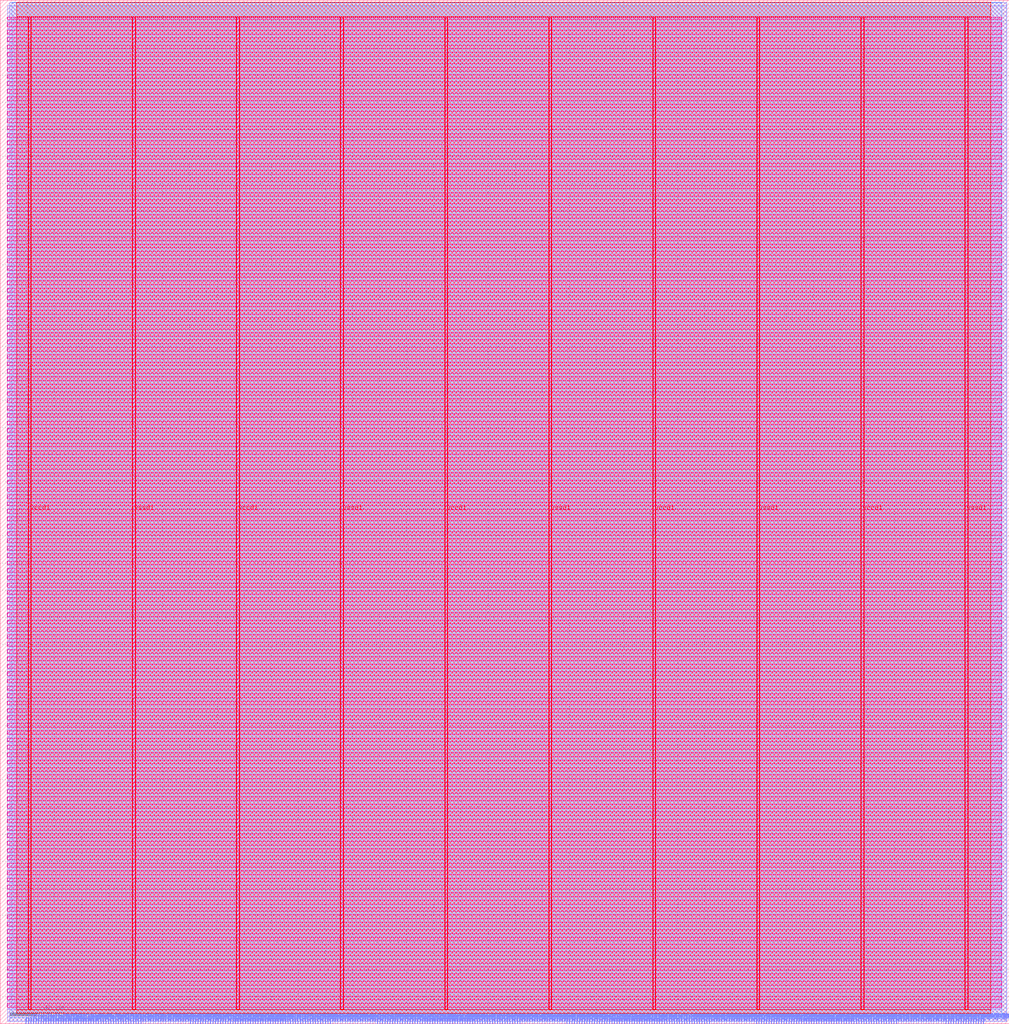
<source format=lef>
VERSION 5.7 ;
  NOWIREEXTENSIONATPIN ON ;
  DIVIDERCHAR "/" ;
  BUSBITCHARS "[]" ;
MACRO RISC_V
  CLASS BLOCK ;
  FOREIGN RISC_V ;
  ORIGIN 0.000 0.000 ;
  SIZE 744.590 BY 755.310 ;
  PIN clk
    DIRECTION INPUT ;
    USE SIGNAL ;
    PORT
      LAYER met2 ;
        RECT 725.510 0.000 725.790 4.000 ;
    END
  END clk
  PIN la_data_in[0]
    DIRECTION INPUT ;
    USE SIGNAL ;
    PORT
      LAYER met2 ;
        RECT 18.950 0.000 19.230 4.000 ;
    END
  END la_data_in[0]
  PIN la_data_in[100]
    DIRECTION INPUT ;
    USE SIGNAL ;
    PORT
      LAYER met2 ;
        RECT 570.950 0.000 571.230 4.000 ;
    END
  END la_data_in[100]
  PIN la_data_in[101]
    DIRECTION INPUT ;
    USE SIGNAL ;
    PORT
      LAYER met2 ;
        RECT 576.470 0.000 576.750 4.000 ;
    END
  END la_data_in[101]
  PIN la_data_in[102]
    DIRECTION INPUT ;
    USE SIGNAL ;
    PORT
      LAYER met2 ;
        RECT 581.990 0.000 582.270 4.000 ;
    END
  END la_data_in[102]
  PIN la_data_in[103]
    DIRECTION INPUT ;
    USE SIGNAL ;
    PORT
      LAYER met2 ;
        RECT 587.510 0.000 587.790 4.000 ;
    END
  END la_data_in[103]
  PIN la_data_in[104]
    DIRECTION INPUT ;
    USE SIGNAL ;
    PORT
      LAYER met2 ;
        RECT 593.030 0.000 593.310 4.000 ;
    END
  END la_data_in[104]
  PIN la_data_in[105]
    DIRECTION INPUT ;
    USE SIGNAL ;
    PORT
      LAYER met2 ;
        RECT 598.550 0.000 598.830 4.000 ;
    END
  END la_data_in[105]
  PIN la_data_in[106]
    DIRECTION INPUT ;
    USE SIGNAL ;
    PORT
      LAYER met2 ;
        RECT 604.070 0.000 604.350 4.000 ;
    END
  END la_data_in[106]
  PIN la_data_in[107]
    DIRECTION INPUT ;
    USE SIGNAL ;
    PORT
      LAYER met2 ;
        RECT 609.590 0.000 609.870 4.000 ;
    END
  END la_data_in[107]
  PIN la_data_in[108]
    DIRECTION INPUT ;
    USE SIGNAL ;
    PORT
      LAYER met2 ;
        RECT 615.110 0.000 615.390 4.000 ;
    END
  END la_data_in[108]
  PIN la_data_in[109]
    DIRECTION INPUT ;
    USE SIGNAL ;
    PORT
      LAYER met2 ;
        RECT 620.630 0.000 620.910 4.000 ;
    END
  END la_data_in[109]
  PIN la_data_in[10]
    DIRECTION INPUT ;
    USE SIGNAL ;
    PORT
      LAYER met2 ;
        RECT 74.150 0.000 74.430 4.000 ;
    END
  END la_data_in[10]
  PIN la_data_in[110]
    DIRECTION INPUT ;
    USE SIGNAL ;
    PORT
      LAYER met2 ;
        RECT 626.150 0.000 626.430 4.000 ;
    END
  END la_data_in[110]
  PIN la_data_in[111]
    DIRECTION INPUT ;
    USE SIGNAL ;
    PORT
      LAYER met2 ;
        RECT 631.670 0.000 631.950 4.000 ;
    END
  END la_data_in[111]
  PIN la_data_in[112]
    DIRECTION INPUT ;
    USE SIGNAL ;
    PORT
      LAYER met2 ;
        RECT 637.190 0.000 637.470 4.000 ;
    END
  END la_data_in[112]
  PIN la_data_in[113]
    DIRECTION INPUT ;
    USE SIGNAL ;
    PORT
      LAYER met2 ;
        RECT 642.710 0.000 642.990 4.000 ;
    END
  END la_data_in[113]
  PIN la_data_in[114]
    DIRECTION INPUT ;
    USE SIGNAL ;
    PORT
      LAYER met2 ;
        RECT 648.230 0.000 648.510 4.000 ;
    END
  END la_data_in[114]
  PIN la_data_in[115]
    DIRECTION INPUT ;
    USE SIGNAL ;
    PORT
      LAYER met2 ;
        RECT 653.750 0.000 654.030 4.000 ;
    END
  END la_data_in[115]
  PIN la_data_in[116]
    DIRECTION INPUT ;
    USE SIGNAL ;
    PORT
      LAYER met2 ;
        RECT 659.270 0.000 659.550 4.000 ;
    END
  END la_data_in[116]
  PIN la_data_in[117]
    DIRECTION INPUT ;
    USE SIGNAL ;
    PORT
      LAYER met2 ;
        RECT 664.790 0.000 665.070 4.000 ;
    END
  END la_data_in[117]
  PIN la_data_in[118]
    DIRECTION INPUT ;
    USE SIGNAL ;
    PORT
      LAYER met2 ;
        RECT 670.310 0.000 670.590 4.000 ;
    END
  END la_data_in[118]
  PIN la_data_in[119]
    DIRECTION INPUT ;
    USE SIGNAL ;
    PORT
      LAYER met2 ;
        RECT 675.830 0.000 676.110 4.000 ;
    END
  END la_data_in[119]
  PIN la_data_in[11]
    DIRECTION INPUT ;
    USE SIGNAL ;
    PORT
      LAYER met2 ;
        RECT 79.670 0.000 79.950 4.000 ;
    END
  END la_data_in[11]
  PIN la_data_in[120]
    DIRECTION INPUT ;
    USE SIGNAL ;
    PORT
      LAYER met2 ;
        RECT 681.350 0.000 681.630 4.000 ;
    END
  END la_data_in[120]
  PIN la_data_in[121]
    DIRECTION INPUT ;
    USE SIGNAL ;
    PORT
      LAYER met2 ;
        RECT 686.870 0.000 687.150 4.000 ;
    END
  END la_data_in[121]
  PIN la_data_in[122]
    DIRECTION INPUT ;
    USE SIGNAL ;
    PORT
      LAYER met2 ;
        RECT 692.390 0.000 692.670 4.000 ;
    END
  END la_data_in[122]
  PIN la_data_in[123]
    DIRECTION INPUT ;
    USE SIGNAL ;
    PORT
      LAYER met2 ;
        RECT 697.910 0.000 698.190 4.000 ;
    END
  END la_data_in[123]
  PIN la_data_in[124]
    DIRECTION INPUT ;
    USE SIGNAL ;
    PORT
      LAYER met2 ;
        RECT 703.430 0.000 703.710 4.000 ;
    END
  END la_data_in[124]
  PIN la_data_in[125]
    DIRECTION INPUT ;
    USE SIGNAL ;
    PORT
      LAYER met2 ;
        RECT 708.950 0.000 709.230 4.000 ;
    END
  END la_data_in[125]
  PIN la_data_in[126]
    DIRECTION INPUT ;
    USE SIGNAL ;
    PORT
      LAYER met2 ;
        RECT 714.470 0.000 714.750 4.000 ;
    END
  END la_data_in[126]
  PIN la_data_in[127]
    DIRECTION INPUT ;
    USE SIGNAL ;
    PORT
      LAYER met2 ;
        RECT 719.990 0.000 720.270 4.000 ;
    END
  END la_data_in[127]
  PIN la_data_in[12]
    DIRECTION INPUT ;
    USE SIGNAL ;
    PORT
      LAYER met2 ;
        RECT 85.190 0.000 85.470 4.000 ;
    END
  END la_data_in[12]
  PIN la_data_in[13]
    DIRECTION INPUT ;
    USE SIGNAL ;
    PORT
      LAYER met2 ;
        RECT 90.710 0.000 90.990 4.000 ;
    END
  END la_data_in[13]
  PIN la_data_in[14]
    DIRECTION INPUT ;
    USE SIGNAL ;
    PORT
      LAYER met2 ;
        RECT 96.230 0.000 96.510 4.000 ;
    END
  END la_data_in[14]
  PIN la_data_in[15]
    DIRECTION INPUT ;
    USE SIGNAL ;
    PORT
      LAYER met2 ;
        RECT 101.750 0.000 102.030 4.000 ;
    END
  END la_data_in[15]
  PIN la_data_in[16]
    DIRECTION INPUT ;
    USE SIGNAL ;
    PORT
      LAYER met2 ;
        RECT 107.270 0.000 107.550 4.000 ;
    END
  END la_data_in[16]
  PIN la_data_in[17]
    DIRECTION INPUT ;
    USE SIGNAL ;
    PORT
      LAYER met2 ;
        RECT 112.790 0.000 113.070 4.000 ;
    END
  END la_data_in[17]
  PIN la_data_in[18]
    DIRECTION INPUT ;
    USE SIGNAL ;
    PORT
      LAYER met2 ;
        RECT 118.310 0.000 118.590 4.000 ;
    END
  END la_data_in[18]
  PIN la_data_in[19]
    DIRECTION INPUT ;
    USE SIGNAL ;
    PORT
      LAYER met2 ;
        RECT 123.830 0.000 124.110 4.000 ;
    END
  END la_data_in[19]
  PIN la_data_in[1]
    DIRECTION INPUT ;
    USE SIGNAL ;
    PORT
      LAYER met2 ;
        RECT 24.470 0.000 24.750 4.000 ;
    END
  END la_data_in[1]
  PIN la_data_in[20]
    DIRECTION INPUT ;
    USE SIGNAL ;
    PORT
      LAYER met2 ;
        RECT 129.350 0.000 129.630 4.000 ;
    END
  END la_data_in[20]
  PIN la_data_in[21]
    DIRECTION INPUT ;
    USE SIGNAL ;
    PORT
      LAYER met2 ;
        RECT 134.870 0.000 135.150 4.000 ;
    END
  END la_data_in[21]
  PIN la_data_in[22]
    DIRECTION INPUT ;
    USE SIGNAL ;
    PORT
      LAYER met2 ;
        RECT 140.390 0.000 140.670 4.000 ;
    END
  END la_data_in[22]
  PIN la_data_in[23]
    DIRECTION INPUT ;
    USE SIGNAL ;
    PORT
      LAYER met2 ;
        RECT 145.910 0.000 146.190 4.000 ;
    END
  END la_data_in[23]
  PIN la_data_in[24]
    DIRECTION INPUT ;
    USE SIGNAL ;
    PORT
      LAYER met2 ;
        RECT 151.430 0.000 151.710 4.000 ;
    END
  END la_data_in[24]
  PIN la_data_in[25]
    DIRECTION INPUT ;
    USE SIGNAL ;
    PORT
      LAYER met2 ;
        RECT 156.950 0.000 157.230 4.000 ;
    END
  END la_data_in[25]
  PIN la_data_in[26]
    DIRECTION INPUT ;
    USE SIGNAL ;
    PORT
      LAYER met2 ;
        RECT 162.470 0.000 162.750 4.000 ;
    END
  END la_data_in[26]
  PIN la_data_in[27]
    DIRECTION INPUT ;
    USE SIGNAL ;
    PORT
      LAYER met2 ;
        RECT 167.990 0.000 168.270 4.000 ;
    END
  END la_data_in[27]
  PIN la_data_in[28]
    DIRECTION INPUT ;
    USE SIGNAL ;
    PORT
      LAYER met2 ;
        RECT 173.510 0.000 173.790 4.000 ;
    END
  END la_data_in[28]
  PIN la_data_in[29]
    DIRECTION INPUT ;
    USE SIGNAL ;
    PORT
      LAYER met2 ;
        RECT 179.030 0.000 179.310 4.000 ;
    END
  END la_data_in[29]
  PIN la_data_in[2]
    DIRECTION INPUT ;
    USE SIGNAL ;
    PORT
      LAYER met2 ;
        RECT 29.990 0.000 30.270 4.000 ;
    END
  END la_data_in[2]
  PIN la_data_in[30]
    DIRECTION INPUT ;
    USE SIGNAL ;
    PORT
      LAYER met2 ;
        RECT 184.550 0.000 184.830 4.000 ;
    END
  END la_data_in[30]
  PIN la_data_in[31]
    DIRECTION INPUT ;
    USE SIGNAL ;
    PORT
      LAYER met2 ;
        RECT 190.070 0.000 190.350 4.000 ;
    END
  END la_data_in[31]
  PIN la_data_in[32]
    DIRECTION INPUT ;
    USE SIGNAL ;
    PORT
      LAYER met2 ;
        RECT 195.590 0.000 195.870 4.000 ;
    END
  END la_data_in[32]
  PIN la_data_in[33]
    DIRECTION INPUT ;
    USE SIGNAL ;
    PORT
      LAYER met2 ;
        RECT 201.110 0.000 201.390 4.000 ;
    END
  END la_data_in[33]
  PIN la_data_in[34]
    DIRECTION INPUT ;
    USE SIGNAL ;
    PORT
      LAYER met2 ;
        RECT 206.630 0.000 206.910 4.000 ;
    END
  END la_data_in[34]
  PIN la_data_in[35]
    DIRECTION INPUT ;
    USE SIGNAL ;
    PORT
      LAYER met2 ;
        RECT 212.150 0.000 212.430 4.000 ;
    END
  END la_data_in[35]
  PIN la_data_in[36]
    DIRECTION INPUT ;
    USE SIGNAL ;
    PORT
      LAYER met2 ;
        RECT 217.670 0.000 217.950 4.000 ;
    END
  END la_data_in[36]
  PIN la_data_in[37]
    DIRECTION INPUT ;
    USE SIGNAL ;
    PORT
      LAYER met2 ;
        RECT 223.190 0.000 223.470 4.000 ;
    END
  END la_data_in[37]
  PIN la_data_in[38]
    DIRECTION INPUT ;
    USE SIGNAL ;
    PORT
      LAYER met2 ;
        RECT 228.710 0.000 228.990 4.000 ;
    END
  END la_data_in[38]
  PIN la_data_in[39]
    DIRECTION INPUT ;
    USE SIGNAL ;
    PORT
      LAYER met2 ;
        RECT 234.230 0.000 234.510 4.000 ;
    END
  END la_data_in[39]
  PIN la_data_in[3]
    DIRECTION INPUT ;
    USE SIGNAL ;
    PORT
      LAYER met2 ;
        RECT 35.510 0.000 35.790 4.000 ;
    END
  END la_data_in[3]
  PIN la_data_in[40]
    DIRECTION INPUT ;
    USE SIGNAL ;
    PORT
      LAYER met2 ;
        RECT 239.750 0.000 240.030 4.000 ;
    END
  END la_data_in[40]
  PIN la_data_in[41]
    DIRECTION INPUT ;
    USE SIGNAL ;
    PORT
      LAYER met2 ;
        RECT 245.270 0.000 245.550 4.000 ;
    END
  END la_data_in[41]
  PIN la_data_in[42]
    DIRECTION INPUT ;
    USE SIGNAL ;
    PORT
      LAYER met2 ;
        RECT 250.790 0.000 251.070 4.000 ;
    END
  END la_data_in[42]
  PIN la_data_in[43]
    DIRECTION INPUT ;
    USE SIGNAL ;
    PORT
      LAYER met2 ;
        RECT 256.310 0.000 256.590 4.000 ;
    END
  END la_data_in[43]
  PIN la_data_in[44]
    DIRECTION INPUT ;
    USE SIGNAL ;
    PORT
      LAYER met2 ;
        RECT 261.830 0.000 262.110 4.000 ;
    END
  END la_data_in[44]
  PIN la_data_in[45]
    DIRECTION INPUT ;
    USE SIGNAL ;
    PORT
      LAYER met2 ;
        RECT 267.350 0.000 267.630 4.000 ;
    END
  END la_data_in[45]
  PIN la_data_in[46]
    DIRECTION INPUT ;
    USE SIGNAL ;
    PORT
      LAYER met2 ;
        RECT 272.870 0.000 273.150 4.000 ;
    END
  END la_data_in[46]
  PIN la_data_in[47]
    DIRECTION INPUT ;
    USE SIGNAL ;
    PORT
      LAYER met2 ;
        RECT 278.390 0.000 278.670 4.000 ;
    END
  END la_data_in[47]
  PIN la_data_in[48]
    DIRECTION INPUT ;
    USE SIGNAL ;
    PORT
      LAYER met2 ;
        RECT 283.910 0.000 284.190 4.000 ;
    END
  END la_data_in[48]
  PIN la_data_in[49]
    DIRECTION INPUT ;
    USE SIGNAL ;
    PORT
      LAYER met2 ;
        RECT 289.430 0.000 289.710 4.000 ;
    END
  END la_data_in[49]
  PIN la_data_in[4]
    DIRECTION INPUT ;
    USE SIGNAL ;
    PORT
      LAYER met2 ;
        RECT 41.030 0.000 41.310 4.000 ;
    END
  END la_data_in[4]
  PIN la_data_in[50]
    DIRECTION INPUT ;
    USE SIGNAL ;
    PORT
      LAYER met2 ;
        RECT 294.950 0.000 295.230 4.000 ;
    END
  END la_data_in[50]
  PIN la_data_in[51]
    DIRECTION INPUT ;
    USE SIGNAL ;
    PORT
      LAYER met2 ;
        RECT 300.470 0.000 300.750 4.000 ;
    END
  END la_data_in[51]
  PIN la_data_in[52]
    DIRECTION INPUT ;
    USE SIGNAL ;
    PORT
      LAYER met2 ;
        RECT 305.990 0.000 306.270 4.000 ;
    END
  END la_data_in[52]
  PIN la_data_in[53]
    DIRECTION INPUT ;
    USE SIGNAL ;
    PORT
      LAYER met2 ;
        RECT 311.510 0.000 311.790 4.000 ;
    END
  END la_data_in[53]
  PIN la_data_in[54]
    DIRECTION INPUT ;
    USE SIGNAL ;
    PORT
      LAYER met2 ;
        RECT 317.030 0.000 317.310 4.000 ;
    END
  END la_data_in[54]
  PIN la_data_in[55]
    DIRECTION INPUT ;
    USE SIGNAL ;
    PORT
      LAYER met2 ;
        RECT 322.550 0.000 322.830 4.000 ;
    END
  END la_data_in[55]
  PIN la_data_in[56]
    DIRECTION INPUT ;
    USE SIGNAL ;
    PORT
      LAYER met2 ;
        RECT 328.070 0.000 328.350 4.000 ;
    END
  END la_data_in[56]
  PIN la_data_in[57]
    DIRECTION INPUT ;
    USE SIGNAL ;
    PORT
      LAYER met2 ;
        RECT 333.590 0.000 333.870 4.000 ;
    END
  END la_data_in[57]
  PIN la_data_in[58]
    DIRECTION INPUT ;
    USE SIGNAL ;
    PORT
      LAYER met2 ;
        RECT 339.110 0.000 339.390 4.000 ;
    END
  END la_data_in[58]
  PIN la_data_in[59]
    DIRECTION INPUT ;
    USE SIGNAL ;
    PORT
      LAYER met2 ;
        RECT 344.630 0.000 344.910 4.000 ;
    END
  END la_data_in[59]
  PIN la_data_in[5]
    DIRECTION INPUT ;
    USE SIGNAL ;
    PORT
      LAYER met2 ;
        RECT 46.550 0.000 46.830 4.000 ;
    END
  END la_data_in[5]
  PIN la_data_in[60]
    DIRECTION INPUT ;
    USE SIGNAL ;
    PORT
      LAYER met2 ;
        RECT 350.150 0.000 350.430 4.000 ;
    END
  END la_data_in[60]
  PIN la_data_in[61]
    DIRECTION INPUT ;
    USE SIGNAL ;
    PORT
      LAYER met2 ;
        RECT 355.670 0.000 355.950 4.000 ;
    END
  END la_data_in[61]
  PIN la_data_in[62]
    DIRECTION INPUT ;
    USE SIGNAL ;
    PORT
      LAYER met2 ;
        RECT 361.190 0.000 361.470 4.000 ;
    END
  END la_data_in[62]
  PIN la_data_in[63]
    DIRECTION INPUT ;
    USE SIGNAL ;
    PORT
      LAYER met2 ;
        RECT 366.710 0.000 366.990 4.000 ;
    END
  END la_data_in[63]
  PIN la_data_in[64]
    DIRECTION INPUT ;
    USE SIGNAL ;
    PORT
      LAYER met2 ;
        RECT 372.230 0.000 372.510 4.000 ;
    END
  END la_data_in[64]
  PIN la_data_in[65]
    DIRECTION INPUT ;
    USE SIGNAL ;
    PORT
      LAYER met2 ;
        RECT 377.750 0.000 378.030 4.000 ;
    END
  END la_data_in[65]
  PIN la_data_in[66]
    DIRECTION INPUT ;
    USE SIGNAL ;
    PORT
      LAYER met2 ;
        RECT 383.270 0.000 383.550 4.000 ;
    END
  END la_data_in[66]
  PIN la_data_in[67]
    DIRECTION INPUT ;
    USE SIGNAL ;
    PORT
      LAYER met2 ;
        RECT 388.790 0.000 389.070 4.000 ;
    END
  END la_data_in[67]
  PIN la_data_in[68]
    DIRECTION INPUT ;
    USE SIGNAL ;
    PORT
      LAYER met2 ;
        RECT 394.310 0.000 394.590 4.000 ;
    END
  END la_data_in[68]
  PIN la_data_in[69]
    DIRECTION INPUT ;
    USE SIGNAL ;
    PORT
      LAYER met2 ;
        RECT 399.830 0.000 400.110 4.000 ;
    END
  END la_data_in[69]
  PIN la_data_in[6]
    DIRECTION INPUT ;
    USE SIGNAL ;
    PORT
      LAYER met2 ;
        RECT 52.070 0.000 52.350 4.000 ;
    END
  END la_data_in[6]
  PIN la_data_in[70]
    DIRECTION INPUT ;
    USE SIGNAL ;
    PORT
      LAYER met2 ;
        RECT 405.350 0.000 405.630 4.000 ;
    END
  END la_data_in[70]
  PIN la_data_in[71]
    DIRECTION INPUT ;
    USE SIGNAL ;
    PORT
      LAYER met2 ;
        RECT 410.870 0.000 411.150 4.000 ;
    END
  END la_data_in[71]
  PIN la_data_in[72]
    DIRECTION INPUT ;
    USE SIGNAL ;
    PORT
      LAYER met2 ;
        RECT 416.390 0.000 416.670 4.000 ;
    END
  END la_data_in[72]
  PIN la_data_in[73]
    DIRECTION INPUT ;
    USE SIGNAL ;
    PORT
      LAYER met2 ;
        RECT 421.910 0.000 422.190 4.000 ;
    END
  END la_data_in[73]
  PIN la_data_in[74]
    DIRECTION INPUT ;
    USE SIGNAL ;
    PORT
      LAYER met2 ;
        RECT 427.430 0.000 427.710 4.000 ;
    END
  END la_data_in[74]
  PIN la_data_in[75]
    DIRECTION INPUT ;
    USE SIGNAL ;
    PORT
      LAYER met2 ;
        RECT 432.950 0.000 433.230 4.000 ;
    END
  END la_data_in[75]
  PIN la_data_in[76]
    DIRECTION INPUT ;
    USE SIGNAL ;
    PORT
      LAYER met2 ;
        RECT 438.470 0.000 438.750 4.000 ;
    END
  END la_data_in[76]
  PIN la_data_in[77]
    DIRECTION INPUT ;
    USE SIGNAL ;
    PORT
      LAYER met2 ;
        RECT 443.990 0.000 444.270 4.000 ;
    END
  END la_data_in[77]
  PIN la_data_in[78]
    DIRECTION INPUT ;
    USE SIGNAL ;
    PORT
      LAYER met2 ;
        RECT 449.510 0.000 449.790 4.000 ;
    END
  END la_data_in[78]
  PIN la_data_in[79]
    DIRECTION INPUT ;
    USE SIGNAL ;
    PORT
      LAYER met2 ;
        RECT 455.030 0.000 455.310 4.000 ;
    END
  END la_data_in[79]
  PIN la_data_in[7]
    DIRECTION INPUT ;
    USE SIGNAL ;
    PORT
      LAYER met2 ;
        RECT 57.590 0.000 57.870 4.000 ;
    END
  END la_data_in[7]
  PIN la_data_in[80]
    DIRECTION INPUT ;
    USE SIGNAL ;
    PORT
      LAYER met2 ;
        RECT 460.550 0.000 460.830 4.000 ;
    END
  END la_data_in[80]
  PIN la_data_in[81]
    DIRECTION INPUT ;
    USE SIGNAL ;
    PORT
      LAYER met2 ;
        RECT 466.070 0.000 466.350 4.000 ;
    END
  END la_data_in[81]
  PIN la_data_in[82]
    DIRECTION INPUT ;
    USE SIGNAL ;
    PORT
      LAYER met2 ;
        RECT 471.590 0.000 471.870 4.000 ;
    END
  END la_data_in[82]
  PIN la_data_in[83]
    DIRECTION INPUT ;
    USE SIGNAL ;
    PORT
      LAYER met2 ;
        RECT 477.110 0.000 477.390 4.000 ;
    END
  END la_data_in[83]
  PIN la_data_in[84]
    DIRECTION INPUT ;
    USE SIGNAL ;
    PORT
      LAYER met2 ;
        RECT 482.630 0.000 482.910 4.000 ;
    END
  END la_data_in[84]
  PIN la_data_in[85]
    DIRECTION INPUT ;
    USE SIGNAL ;
    PORT
      LAYER met2 ;
        RECT 488.150 0.000 488.430 4.000 ;
    END
  END la_data_in[85]
  PIN la_data_in[86]
    DIRECTION INPUT ;
    USE SIGNAL ;
    PORT
      LAYER met2 ;
        RECT 493.670 0.000 493.950 4.000 ;
    END
  END la_data_in[86]
  PIN la_data_in[87]
    DIRECTION INPUT ;
    USE SIGNAL ;
    PORT
      LAYER met2 ;
        RECT 499.190 0.000 499.470 4.000 ;
    END
  END la_data_in[87]
  PIN la_data_in[88]
    DIRECTION INPUT ;
    USE SIGNAL ;
    PORT
      LAYER met2 ;
        RECT 504.710 0.000 504.990 4.000 ;
    END
  END la_data_in[88]
  PIN la_data_in[89]
    DIRECTION INPUT ;
    USE SIGNAL ;
    PORT
      LAYER met2 ;
        RECT 510.230 0.000 510.510 4.000 ;
    END
  END la_data_in[89]
  PIN la_data_in[8]
    DIRECTION INPUT ;
    USE SIGNAL ;
    PORT
      LAYER met2 ;
        RECT 63.110 0.000 63.390 4.000 ;
    END
  END la_data_in[8]
  PIN la_data_in[90]
    DIRECTION INPUT ;
    USE SIGNAL ;
    PORT
      LAYER met2 ;
        RECT 515.750 0.000 516.030 4.000 ;
    END
  END la_data_in[90]
  PIN la_data_in[91]
    DIRECTION INPUT ;
    USE SIGNAL ;
    PORT
      LAYER met2 ;
        RECT 521.270 0.000 521.550 4.000 ;
    END
  END la_data_in[91]
  PIN la_data_in[92]
    DIRECTION INPUT ;
    USE SIGNAL ;
    PORT
      LAYER met2 ;
        RECT 526.790 0.000 527.070 4.000 ;
    END
  END la_data_in[92]
  PIN la_data_in[93]
    DIRECTION INPUT ;
    USE SIGNAL ;
    PORT
      LAYER met2 ;
        RECT 532.310 0.000 532.590 4.000 ;
    END
  END la_data_in[93]
  PIN la_data_in[94]
    DIRECTION INPUT ;
    USE SIGNAL ;
    PORT
      LAYER met2 ;
        RECT 537.830 0.000 538.110 4.000 ;
    END
  END la_data_in[94]
  PIN la_data_in[95]
    DIRECTION INPUT ;
    USE SIGNAL ;
    PORT
      LAYER met2 ;
        RECT 543.350 0.000 543.630 4.000 ;
    END
  END la_data_in[95]
  PIN la_data_in[96]
    DIRECTION INPUT ;
    USE SIGNAL ;
    PORT
      LAYER met2 ;
        RECT 548.870 0.000 549.150 4.000 ;
    END
  END la_data_in[96]
  PIN la_data_in[97]
    DIRECTION INPUT ;
    USE SIGNAL ;
    PORT
      LAYER met2 ;
        RECT 554.390 0.000 554.670 4.000 ;
    END
  END la_data_in[97]
  PIN la_data_in[98]
    DIRECTION INPUT ;
    USE SIGNAL ;
    PORT
      LAYER met2 ;
        RECT 559.910 0.000 560.190 4.000 ;
    END
  END la_data_in[98]
  PIN la_data_in[99]
    DIRECTION INPUT ;
    USE SIGNAL ;
    PORT
      LAYER met2 ;
        RECT 565.430 0.000 565.710 4.000 ;
    END
  END la_data_in[99]
  PIN la_data_in[9]
    DIRECTION INPUT ;
    USE SIGNAL ;
    PORT
      LAYER met2 ;
        RECT 68.630 0.000 68.910 4.000 ;
    END
  END la_data_in[9]
  PIN la_data_out[0]
    DIRECTION OUTPUT TRISTATE ;
    USE SIGNAL ;
    PORT
      LAYER met2 ;
        RECT 20.790 0.000 21.070 4.000 ;
    END
  END la_data_out[0]
  PIN la_data_out[100]
    DIRECTION OUTPUT TRISTATE ;
    USE SIGNAL ;
    PORT
      LAYER met2 ;
        RECT 572.790 0.000 573.070 4.000 ;
    END
  END la_data_out[100]
  PIN la_data_out[101]
    DIRECTION OUTPUT TRISTATE ;
    USE SIGNAL ;
    PORT
      LAYER met2 ;
        RECT 578.310 0.000 578.590 4.000 ;
    END
  END la_data_out[101]
  PIN la_data_out[102]
    DIRECTION OUTPUT TRISTATE ;
    USE SIGNAL ;
    PORT
      LAYER met2 ;
        RECT 583.830 0.000 584.110 4.000 ;
    END
  END la_data_out[102]
  PIN la_data_out[103]
    DIRECTION OUTPUT TRISTATE ;
    USE SIGNAL ;
    PORT
      LAYER met2 ;
        RECT 589.350 0.000 589.630 4.000 ;
    END
  END la_data_out[103]
  PIN la_data_out[104]
    DIRECTION OUTPUT TRISTATE ;
    USE SIGNAL ;
    PORT
      LAYER met2 ;
        RECT 594.870 0.000 595.150 4.000 ;
    END
  END la_data_out[104]
  PIN la_data_out[105]
    DIRECTION OUTPUT TRISTATE ;
    USE SIGNAL ;
    PORT
      LAYER met2 ;
        RECT 600.390 0.000 600.670 4.000 ;
    END
  END la_data_out[105]
  PIN la_data_out[106]
    DIRECTION OUTPUT TRISTATE ;
    USE SIGNAL ;
    PORT
      LAYER met2 ;
        RECT 605.910 0.000 606.190 4.000 ;
    END
  END la_data_out[106]
  PIN la_data_out[107]
    DIRECTION OUTPUT TRISTATE ;
    USE SIGNAL ;
    PORT
      LAYER met2 ;
        RECT 611.430 0.000 611.710 4.000 ;
    END
  END la_data_out[107]
  PIN la_data_out[108]
    DIRECTION OUTPUT TRISTATE ;
    USE SIGNAL ;
    PORT
      LAYER met2 ;
        RECT 616.950 0.000 617.230 4.000 ;
    END
  END la_data_out[108]
  PIN la_data_out[109]
    DIRECTION OUTPUT TRISTATE ;
    USE SIGNAL ;
    PORT
      LAYER met2 ;
        RECT 622.470 0.000 622.750 4.000 ;
    END
  END la_data_out[109]
  PIN la_data_out[10]
    DIRECTION OUTPUT TRISTATE ;
    USE SIGNAL ;
    PORT
      LAYER met2 ;
        RECT 75.990 0.000 76.270 4.000 ;
    END
  END la_data_out[10]
  PIN la_data_out[110]
    DIRECTION OUTPUT TRISTATE ;
    USE SIGNAL ;
    PORT
      LAYER met2 ;
        RECT 627.990 0.000 628.270 4.000 ;
    END
  END la_data_out[110]
  PIN la_data_out[111]
    DIRECTION OUTPUT TRISTATE ;
    USE SIGNAL ;
    PORT
      LAYER met2 ;
        RECT 633.510 0.000 633.790 4.000 ;
    END
  END la_data_out[111]
  PIN la_data_out[112]
    DIRECTION OUTPUT TRISTATE ;
    USE SIGNAL ;
    PORT
      LAYER met2 ;
        RECT 639.030 0.000 639.310 4.000 ;
    END
  END la_data_out[112]
  PIN la_data_out[113]
    DIRECTION OUTPUT TRISTATE ;
    USE SIGNAL ;
    PORT
      LAYER met2 ;
        RECT 644.550 0.000 644.830 4.000 ;
    END
  END la_data_out[113]
  PIN la_data_out[114]
    DIRECTION OUTPUT TRISTATE ;
    USE SIGNAL ;
    PORT
      LAYER met2 ;
        RECT 650.070 0.000 650.350 4.000 ;
    END
  END la_data_out[114]
  PIN la_data_out[115]
    DIRECTION OUTPUT TRISTATE ;
    USE SIGNAL ;
    PORT
      LAYER met2 ;
        RECT 655.590 0.000 655.870 4.000 ;
    END
  END la_data_out[115]
  PIN la_data_out[116]
    DIRECTION OUTPUT TRISTATE ;
    USE SIGNAL ;
    PORT
      LAYER met2 ;
        RECT 661.110 0.000 661.390 4.000 ;
    END
  END la_data_out[116]
  PIN la_data_out[117]
    DIRECTION OUTPUT TRISTATE ;
    USE SIGNAL ;
    PORT
      LAYER met2 ;
        RECT 666.630 0.000 666.910 4.000 ;
    END
  END la_data_out[117]
  PIN la_data_out[118]
    DIRECTION OUTPUT TRISTATE ;
    USE SIGNAL ;
    PORT
      LAYER met2 ;
        RECT 672.150 0.000 672.430 4.000 ;
    END
  END la_data_out[118]
  PIN la_data_out[119]
    DIRECTION OUTPUT TRISTATE ;
    USE SIGNAL ;
    PORT
      LAYER met2 ;
        RECT 677.670 0.000 677.950 4.000 ;
    END
  END la_data_out[119]
  PIN la_data_out[11]
    DIRECTION OUTPUT TRISTATE ;
    USE SIGNAL ;
    PORT
      LAYER met2 ;
        RECT 81.510 0.000 81.790 4.000 ;
    END
  END la_data_out[11]
  PIN la_data_out[120]
    DIRECTION OUTPUT TRISTATE ;
    USE SIGNAL ;
    PORT
      LAYER met2 ;
        RECT 683.190 0.000 683.470 4.000 ;
    END
  END la_data_out[120]
  PIN la_data_out[121]
    DIRECTION OUTPUT TRISTATE ;
    USE SIGNAL ;
    PORT
      LAYER met2 ;
        RECT 688.710 0.000 688.990 4.000 ;
    END
  END la_data_out[121]
  PIN la_data_out[122]
    DIRECTION OUTPUT TRISTATE ;
    USE SIGNAL ;
    PORT
      LAYER met2 ;
        RECT 694.230 0.000 694.510 4.000 ;
    END
  END la_data_out[122]
  PIN la_data_out[123]
    DIRECTION OUTPUT TRISTATE ;
    USE SIGNAL ;
    PORT
      LAYER met2 ;
        RECT 699.750 0.000 700.030 4.000 ;
    END
  END la_data_out[123]
  PIN la_data_out[124]
    DIRECTION OUTPUT TRISTATE ;
    USE SIGNAL ;
    PORT
      LAYER met2 ;
        RECT 705.270 0.000 705.550 4.000 ;
    END
  END la_data_out[124]
  PIN la_data_out[125]
    DIRECTION OUTPUT TRISTATE ;
    USE SIGNAL ;
    PORT
      LAYER met2 ;
        RECT 710.790 0.000 711.070 4.000 ;
    END
  END la_data_out[125]
  PIN la_data_out[126]
    DIRECTION OUTPUT TRISTATE ;
    USE SIGNAL ;
    PORT
      LAYER met2 ;
        RECT 716.310 0.000 716.590 4.000 ;
    END
  END la_data_out[126]
  PIN la_data_out[127]
    DIRECTION OUTPUT TRISTATE ;
    USE SIGNAL ;
    PORT
      LAYER met2 ;
        RECT 721.830 0.000 722.110 4.000 ;
    END
  END la_data_out[127]
  PIN la_data_out[12]
    DIRECTION OUTPUT TRISTATE ;
    USE SIGNAL ;
    PORT
      LAYER met2 ;
        RECT 87.030 0.000 87.310 4.000 ;
    END
  END la_data_out[12]
  PIN la_data_out[13]
    DIRECTION OUTPUT TRISTATE ;
    USE SIGNAL ;
    PORT
      LAYER met2 ;
        RECT 92.550 0.000 92.830 4.000 ;
    END
  END la_data_out[13]
  PIN la_data_out[14]
    DIRECTION OUTPUT TRISTATE ;
    USE SIGNAL ;
    PORT
      LAYER met2 ;
        RECT 98.070 0.000 98.350 4.000 ;
    END
  END la_data_out[14]
  PIN la_data_out[15]
    DIRECTION OUTPUT TRISTATE ;
    USE SIGNAL ;
    PORT
      LAYER met2 ;
        RECT 103.590 0.000 103.870 4.000 ;
    END
  END la_data_out[15]
  PIN la_data_out[16]
    DIRECTION OUTPUT TRISTATE ;
    USE SIGNAL ;
    PORT
      LAYER met2 ;
        RECT 109.110 0.000 109.390 4.000 ;
    END
  END la_data_out[16]
  PIN la_data_out[17]
    DIRECTION OUTPUT TRISTATE ;
    USE SIGNAL ;
    PORT
      LAYER met2 ;
        RECT 114.630 0.000 114.910 4.000 ;
    END
  END la_data_out[17]
  PIN la_data_out[18]
    DIRECTION OUTPUT TRISTATE ;
    USE SIGNAL ;
    PORT
      LAYER met2 ;
        RECT 120.150 0.000 120.430 4.000 ;
    END
  END la_data_out[18]
  PIN la_data_out[19]
    DIRECTION OUTPUT TRISTATE ;
    USE SIGNAL ;
    PORT
      LAYER met2 ;
        RECT 125.670 0.000 125.950 4.000 ;
    END
  END la_data_out[19]
  PIN la_data_out[1]
    DIRECTION OUTPUT TRISTATE ;
    USE SIGNAL ;
    PORT
      LAYER met2 ;
        RECT 26.310 0.000 26.590 4.000 ;
    END
  END la_data_out[1]
  PIN la_data_out[20]
    DIRECTION OUTPUT TRISTATE ;
    USE SIGNAL ;
    PORT
      LAYER met2 ;
        RECT 131.190 0.000 131.470 4.000 ;
    END
  END la_data_out[20]
  PIN la_data_out[21]
    DIRECTION OUTPUT TRISTATE ;
    USE SIGNAL ;
    PORT
      LAYER met2 ;
        RECT 136.710 0.000 136.990 4.000 ;
    END
  END la_data_out[21]
  PIN la_data_out[22]
    DIRECTION OUTPUT TRISTATE ;
    USE SIGNAL ;
    PORT
      LAYER met2 ;
        RECT 142.230 0.000 142.510 4.000 ;
    END
  END la_data_out[22]
  PIN la_data_out[23]
    DIRECTION OUTPUT TRISTATE ;
    USE SIGNAL ;
    PORT
      LAYER met2 ;
        RECT 147.750 0.000 148.030 4.000 ;
    END
  END la_data_out[23]
  PIN la_data_out[24]
    DIRECTION OUTPUT TRISTATE ;
    USE SIGNAL ;
    PORT
      LAYER met2 ;
        RECT 153.270 0.000 153.550 4.000 ;
    END
  END la_data_out[24]
  PIN la_data_out[25]
    DIRECTION OUTPUT TRISTATE ;
    USE SIGNAL ;
    PORT
      LAYER met2 ;
        RECT 158.790 0.000 159.070 4.000 ;
    END
  END la_data_out[25]
  PIN la_data_out[26]
    DIRECTION OUTPUT TRISTATE ;
    USE SIGNAL ;
    PORT
      LAYER met2 ;
        RECT 164.310 0.000 164.590 4.000 ;
    END
  END la_data_out[26]
  PIN la_data_out[27]
    DIRECTION OUTPUT TRISTATE ;
    USE SIGNAL ;
    PORT
      LAYER met2 ;
        RECT 169.830 0.000 170.110 4.000 ;
    END
  END la_data_out[27]
  PIN la_data_out[28]
    DIRECTION OUTPUT TRISTATE ;
    USE SIGNAL ;
    PORT
      LAYER met2 ;
        RECT 175.350 0.000 175.630 4.000 ;
    END
  END la_data_out[28]
  PIN la_data_out[29]
    DIRECTION OUTPUT TRISTATE ;
    USE SIGNAL ;
    PORT
      LAYER met2 ;
        RECT 180.870 0.000 181.150 4.000 ;
    END
  END la_data_out[29]
  PIN la_data_out[2]
    DIRECTION OUTPUT TRISTATE ;
    USE SIGNAL ;
    PORT
      LAYER met2 ;
        RECT 31.830 0.000 32.110 4.000 ;
    END
  END la_data_out[2]
  PIN la_data_out[30]
    DIRECTION OUTPUT TRISTATE ;
    USE SIGNAL ;
    PORT
      LAYER met2 ;
        RECT 186.390 0.000 186.670 4.000 ;
    END
  END la_data_out[30]
  PIN la_data_out[31]
    DIRECTION OUTPUT TRISTATE ;
    USE SIGNAL ;
    PORT
      LAYER met2 ;
        RECT 191.910 0.000 192.190 4.000 ;
    END
  END la_data_out[31]
  PIN la_data_out[32]
    DIRECTION OUTPUT TRISTATE ;
    USE SIGNAL ;
    PORT
      LAYER met2 ;
        RECT 197.430 0.000 197.710 4.000 ;
    END
  END la_data_out[32]
  PIN la_data_out[33]
    DIRECTION OUTPUT TRISTATE ;
    USE SIGNAL ;
    PORT
      LAYER met2 ;
        RECT 202.950 0.000 203.230 4.000 ;
    END
  END la_data_out[33]
  PIN la_data_out[34]
    DIRECTION OUTPUT TRISTATE ;
    USE SIGNAL ;
    PORT
      LAYER met2 ;
        RECT 208.470 0.000 208.750 4.000 ;
    END
  END la_data_out[34]
  PIN la_data_out[35]
    DIRECTION OUTPUT TRISTATE ;
    USE SIGNAL ;
    PORT
      LAYER met2 ;
        RECT 213.990 0.000 214.270 4.000 ;
    END
  END la_data_out[35]
  PIN la_data_out[36]
    DIRECTION OUTPUT TRISTATE ;
    USE SIGNAL ;
    PORT
      LAYER met2 ;
        RECT 219.510 0.000 219.790 4.000 ;
    END
  END la_data_out[36]
  PIN la_data_out[37]
    DIRECTION OUTPUT TRISTATE ;
    USE SIGNAL ;
    PORT
      LAYER met2 ;
        RECT 225.030 0.000 225.310 4.000 ;
    END
  END la_data_out[37]
  PIN la_data_out[38]
    DIRECTION OUTPUT TRISTATE ;
    USE SIGNAL ;
    PORT
      LAYER met2 ;
        RECT 230.550 0.000 230.830 4.000 ;
    END
  END la_data_out[38]
  PIN la_data_out[39]
    DIRECTION OUTPUT TRISTATE ;
    USE SIGNAL ;
    PORT
      LAYER met2 ;
        RECT 236.070 0.000 236.350 4.000 ;
    END
  END la_data_out[39]
  PIN la_data_out[3]
    DIRECTION OUTPUT TRISTATE ;
    USE SIGNAL ;
    PORT
      LAYER met2 ;
        RECT 37.350 0.000 37.630 4.000 ;
    END
  END la_data_out[3]
  PIN la_data_out[40]
    DIRECTION OUTPUT TRISTATE ;
    USE SIGNAL ;
    PORT
      LAYER met2 ;
        RECT 241.590 0.000 241.870 4.000 ;
    END
  END la_data_out[40]
  PIN la_data_out[41]
    DIRECTION OUTPUT TRISTATE ;
    USE SIGNAL ;
    PORT
      LAYER met2 ;
        RECT 247.110 0.000 247.390 4.000 ;
    END
  END la_data_out[41]
  PIN la_data_out[42]
    DIRECTION OUTPUT TRISTATE ;
    USE SIGNAL ;
    PORT
      LAYER met2 ;
        RECT 252.630 0.000 252.910 4.000 ;
    END
  END la_data_out[42]
  PIN la_data_out[43]
    DIRECTION OUTPUT TRISTATE ;
    USE SIGNAL ;
    PORT
      LAYER met2 ;
        RECT 258.150 0.000 258.430 4.000 ;
    END
  END la_data_out[43]
  PIN la_data_out[44]
    DIRECTION OUTPUT TRISTATE ;
    USE SIGNAL ;
    PORT
      LAYER met2 ;
        RECT 263.670 0.000 263.950 4.000 ;
    END
  END la_data_out[44]
  PIN la_data_out[45]
    DIRECTION OUTPUT TRISTATE ;
    USE SIGNAL ;
    PORT
      LAYER met2 ;
        RECT 269.190 0.000 269.470 4.000 ;
    END
  END la_data_out[45]
  PIN la_data_out[46]
    DIRECTION OUTPUT TRISTATE ;
    USE SIGNAL ;
    PORT
      LAYER met2 ;
        RECT 274.710 0.000 274.990 4.000 ;
    END
  END la_data_out[46]
  PIN la_data_out[47]
    DIRECTION OUTPUT TRISTATE ;
    USE SIGNAL ;
    PORT
      LAYER met2 ;
        RECT 280.230 0.000 280.510 4.000 ;
    END
  END la_data_out[47]
  PIN la_data_out[48]
    DIRECTION OUTPUT TRISTATE ;
    USE SIGNAL ;
    PORT
      LAYER met2 ;
        RECT 285.750 0.000 286.030 4.000 ;
    END
  END la_data_out[48]
  PIN la_data_out[49]
    DIRECTION OUTPUT TRISTATE ;
    USE SIGNAL ;
    PORT
      LAYER met2 ;
        RECT 291.270 0.000 291.550 4.000 ;
    END
  END la_data_out[49]
  PIN la_data_out[4]
    DIRECTION OUTPUT TRISTATE ;
    USE SIGNAL ;
    PORT
      LAYER met2 ;
        RECT 42.870 0.000 43.150 4.000 ;
    END
  END la_data_out[4]
  PIN la_data_out[50]
    DIRECTION OUTPUT TRISTATE ;
    USE SIGNAL ;
    PORT
      LAYER met2 ;
        RECT 296.790 0.000 297.070 4.000 ;
    END
  END la_data_out[50]
  PIN la_data_out[51]
    DIRECTION OUTPUT TRISTATE ;
    USE SIGNAL ;
    PORT
      LAYER met2 ;
        RECT 302.310 0.000 302.590 4.000 ;
    END
  END la_data_out[51]
  PIN la_data_out[52]
    DIRECTION OUTPUT TRISTATE ;
    USE SIGNAL ;
    PORT
      LAYER met2 ;
        RECT 307.830 0.000 308.110 4.000 ;
    END
  END la_data_out[52]
  PIN la_data_out[53]
    DIRECTION OUTPUT TRISTATE ;
    USE SIGNAL ;
    PORT
      LAYER met2 ;
        RECT 313.350 0.000 313.630 4.000 ;
    END
  END la_data_out[53]
  PIN la_data_out[54]
    DIRECTION OUTPUT TRISTATE ;
    USE SIGNAL ;
    PORT
      LAYER met2 ;
        RECT 318.870 0.000 319.150 4.000 ;
    END
  END la_data_out[54]
  PIN la_data_out[55]
    DIRECTION OUTPUT TRISTATE ;
    USE SIGNAL ;
    PORT
      LAYER met2 ;
        RECT 324.390 0.000 324.670 4.000 ;
    END
  END la_data_out[55]
  PIN la_data_out[56]
    DIRECTION OUTPUT TRISTATE ;
    USE SIGNAL ;
    PORT
      LAYER met2 ;
        RECT 329.910 0.000 330.190 4.000 ;
    END
  END la_data_out[56]
  PIN la_data_out[57]
    DIRECTION OUTPUT TRISTATE ;
    USE SIGNAL ;
    PORT
      LAYER met2 ;
        RECT 335.430 0.000 335.710 4.000 ;
    END
  END la_data_out[57]
  PIN la_data_out[58]
    DIRECTION OUTPUT TRISTATE ;
    USE SIGNAL ;
    PORT
      LAYER met2 ;
        RECT 340.950 0.000 341.230 4.000 ;
    END
  END la_data_out[58]
  PIN la_data_out[59]
    DIRECTION OUTPUT TRISTATE ;
    USE SIGNAL ;
    PORT
      LAYER met2 ;
        RECT 346.470 0.000 346.750 4.000 ;
    END
  END la_data_out[59]
  PIN la_data_out[5]
    DIRECTION OUTPUT TRISTATE ;
    USE SIGNAL ;
    PORT
      LAYER met2 ;
        RECT 48.390 0.000 48.670 4.000 ;
    END
  END la_data_out[5]
  PIN la_data_out[60]
    DIRECTION OUTPUT TRISTATE ;
    USE SIGNAL ;
    PORT
      LAYER met2 ;
        RECT 351.990 0.000 352.270 4.000 ;
    END
  END la_data_out[60]
  PIN la_data_out[61]
    DIRECTION OUTPUT TRISTATE ;
    USE SIGNAL ;
    PORT
      LAYER met2 ;
        RECT 357.510 0.000 357.790 4.000 ;
    END
  END la_data_out[61]
  PIN la_data_out[62]
    DIRECTION OUTPUT TRISTATE ;
    USE SIGNAL ;
    PORT
      LAYER met2 ;
        RECT 363.030 0.000 363.310 4.000 ;
    END
  END la_data_out[62]
  PIN la_data_out[63]
    DIRECTION OUTPUT TRISTATE ;
    USE SIGNAL ;
    PORT
      LAYER met2 ;
        RECT 368.550 0.000 368.830 4.000 ;
    END
  END la_data_out[63]
  PIN la_data_out[64]
    DIRECTION OUTPUT TRISTATE ;
    USE SIGNAL ;
    PORT
      LAYER met2 ;
        RECT 374.070 0.000 374.350 4.000 ;
    END
  END la_data_out[64]
  PIN la_data_out[65]
    DIRECTION OUTPUT TRISTATE ;
    USE SIGNAL ;
    PORT
      LAYER met2 ;
        RECT 379.590 0.000 379.870 4.000 ;
    END
  END la_data_out[65]
  PIN la_data_out[66]
    DIRECTION OUTPUT TRISTATE ;
    USE SIGNAL ;
    PORT
      LAYER met2 ;
        RECT 385.110 0.000 385.390 4.000 ;
    END
  END la_data_out[66]
  PIN la_data_out[67]
    DIRECTION OUTPUT TRISTATE ;
    USE SIGNAL ;
    PORT
      LAYER met2 ;
        RECT 390.630 0.000 390.910 4.000 ;
    END
  END la_data_out[67]
  PIN la_data_out[68]
    DIRECTION OUTPUT TRISTATE ;
    USE SIGNAL ;
    PORT
      LAYER met2 ;
        RECT 396.150 0.000 396.430 4.000 ;
    END
  END la_data_out[68]
  PIN la_data_out[69]
    DIRECTION OUTPUT TRISTATE ;
    USE SIGNAL ;
    PORT
      LAYER met2 ;
        RECT 401.670 0.000 401.950 4.000 ;
    END
  END la_data_out[69]
  PIN la_data_out[6]
    DIRECTION OUTPUT TRISTATE ;
    USE SIGNAL ;
    PORT
      LAYER met2 ;
        RECT 53.910 0.000 54.190 4.000 ;
    END
  END la_data_out[6]
  PIN la_data_out[70]
    DIRECTION OUTPUT TRISTATE ;
    USE SIGNAL ;
    PORT
      LAYER met2 ;
        RECT 407.190 0.000 407.470 4.000 ;
    END
  END la_data_out[70]
  PIN la_data_out[71]
    DIRECTION OUTPUT TRISTATE ;
    USE SIGNAL ;
    PORT
      LAYER met2 ;
        RECT 412.710 0.000 412.990 4.000 ;
    END
  END la_data_out[71]
  PIN la_data_out[72]
    DIRECTION OUTPUT TRISTATE ;
    USE SIGNAL ;
    PORT
      LAYER met2 ;
        RECT 418.230 0.000 418.510 4.000 ;
    END
  END la_data_out[72]
  PIN la_data_out[73]
    DIRECTION OUTPUT TRISTATE ;
    USE SIGNAL ;
    PORT
      LAYER met2 ;
        RECT 423.750 0.000 424.030 4.000 ;
    END
  END la_data_out[73]
  PIN la_data_out[74]
    DIRECTION OUTPUT TRISTATE ;
    USE SIGNAL ;
    PORT
      LAYER met2 ;
        RECT 429.270 0.000 429.550 4.000 ;
    END
  END la_data_out[74]
  PIN la_data_out[75]
    DIRECTION OUTPUT TRISTATE ;
    USE SIGNAL ;
    PORT
      LAYER met2 ;
        RECT 434.790 0.000 435.070 4.000 ;
    END
  END la_data_out[75]
  PIN la_data_out[76]
    DIRECTION OUTPUT TRISTATE ;
    USE SIGNAL ;
    PORT
      LAYER met2 ;
        RECT 440.310 0.000 440.590 4.000 ;
    END
  END la_data_out[76]
  PIN la_data_out[77]
    DIRECTION OUTPUT TRISTATE ;
    USE SIGNAL ;
    PORT
      LAYER met2 ;
        RECT 445.830 0.000 446.110 4.000 ;
    END
  END la_data_out[77]
  PIN la_data_out[78]
    DIRECTION OUTPUT TRISTATE ;
    USE SIGNAL ;
    PORT
      LAYER met2 ;
        RECT 451.350 0.000 451.630 4.000 ;
    END
  END la_data_out[78]
  PIN la_data_out[79]
    DIRECTION OUTPUT TRISTATE ;
    USE SIGNAL ;
    PORT
      LAYER met2 ;
        RECT 456.870 0.000 457.150 4.000 ;
    END
  END la_data_out[79]
  PIN la_data_out[7]
    DIRECTION OUTPUT TRISTATE ;
    USE SIGNAL ;
    PORT
      LAYER met2 ;
        RECT 59.430 0.000 59.710 4.000 ;
    END
  END la_data_out[7]
  PIN la_data_out[80]
    DIRECTION OUTPUT TRISTATE ;
    USE SIGNAL ;
    PORT
      LAYER met2 ;
        RECT 462.390 0.000 462.670 4.000 ;
    END
  END la_data_out[80]
  PIN la_data_out[81]
    DIRECTION OUTPUT TRISTATE ;
    USE SIGNAL ;
    PORT
      LAYER met2 ;
        RECT 467.910 0.000 468.190 4.000 ;
    END
  END la_data_out[81]
  PIN la_data_out[82]
    DIRECTION OUTPUT TRISTATE ;
    USE SIGNAL ;
    PORT
      LAYER met2 ;
        RECT 473.430 0.000 473.710 4.000 ;
    END
  END la_data_out[82]
  PIN la_data_out[83]
    DIRECTION OUTPUT TRISTATE ;
    USE SIGNAL ;
    PORT
      LAYER met2 ;
        RECT 478.950 0.000 479.230 4.000 ;
    END
  END la_data_out[83]
  PIN la_data_out[84]
    DIRECTION OUTPUT TRISTATE ;
    USE SIGNAL ;
    PORT
      LAYER met2 ;
        RECT 484.470 0.000 484.750 4.000 ;
    END
  END la_data_out[84]
  PIN la_data_out[85]
    DIRECTION OUTPUT TRISTATE ;
    USE SIGNAL ;
    PORT
      LAYER met2 ;
        RECT 489.990 0.000 490.270 4.000 ;
    END
  END la_data_out[85]
  PIN la_data_out[86]
    DIRECTION OUTPUT TRISTATE ;
    USE SIGNAL ;
    PORT
      LAYER met2 ;
        RECT 495.510 0.000 495.790 4.000 ;
    END
  END la_data_out[86]
  PIN la_data_out[87]
    DIRECTION OUTPUT TRISTATE ;
    USE SIGNAL ;
    PORT
      LAYER met2 ;
        RECT 501.030 0.000 501.310 4.000 ;
    END
  END la_data_out[87]
  PIN la_data_out[88]
    DIRECTION OUTPUT TRISTATE ;
    USE SIGNAL ;
    PORT
      LAYER met2 ;
        RECT 506.550 0.000 506.830 4.000 ;
    END
  END la_data_out[88]
  PIN la_data_out[89]
    DIRECTION OUTPUT TRISTATE ;
    USE SIGNAL ;
    PORT
      LAYER met2 ;
        RECT 512.070 0.000 512.350 4.000 ;
    END
  END la_data_out[89]
  PIN la_data_out[8]
    DIRECTION OUTPUT TRISTATE ;
    USE SIGNAL ;
    PORT
      LAYER met2 ;
        RECT 64.950 0.000 65.230 4.000 ;
    END
  END la_data_out[8]
  PIN la_data_out[90]
    DIRECTION OUTPUT TRISTATE ;
    USE SIGNAL ;
    PORT
      LAYER met2 ;
        RECT 517.590 0.000 517.870 4.000 ;
    END
  END la_data_out[90]
  PIN la_data_out[91]
    DIRECTION OUTPUT TRISTATE ;
    USE SIGNAL ;
    PORT
      LAYER met2 ;
        RECT 523.110 0.000 523.390 4.000 ;
    END
  END la_data_out[91]
  PIN la_data_out[92]
    DIRECTION OUTPUT TRISTATE ;
    USE SIGNAL ;
    PORT
      LAYER met2 ;
        RECT 528.630 0.000 528.910 4.000 ;
    END
  END la_data_out[92]
  PIN la_data_out[93]
    DIRECTION OUTPUT TRISTATE ;
    USE SIGNAL ;
    PORT
      LAYER met2 ;
        RECT 534.150 0.000 534.430 4.000 ;
    END
  END la_data_out[93]
  PIN la_data_out[94]
    DIRECTION OUTPUT TRISTATE ;
    USE SIGNAL ;
    PORT
      LAYER met2 ;
        RECT 539.670 0.000 539.950 4.000 ;
    END
  END la_data_out[94]
  PIN la_data_out[95]
    DIRECTION OUTPUT TRISTATE ;
    USE SIGNAL ;
    PORT
      LAYER met2 ;
        RECT 545.190 0.000 545.470 4.000 ;
    END
  END la_data_out[95]
  PIN la_data_out[96]
    DIRECTION OUTPUT TRISTATE ;
    USE SIGNAL ;
    PORT
      LAYER met2 ;
        RECT 550.710 0.000 550.990 4.000 ;
    END
  END la_data_out[96]
  PIN la_data_out[97]
    DIRECTION OUTPUT TRISTATE ;
    USE SIGNAL ;
    PORT
      LAYER met2 ;
        RECT 556.230 0.000 556.510 4.000 ;
    END
  END la_data_out[97]
  PIN la_data_out[98]
    DIRECTION OUTPUT TRISTATE ;
    USE SIGNAL ;
    PORT
      LAYER met2 ;
        RECT 561.750 0.000 562.030 4.000 ;
    END
  END la_data_out[98]
  PIN la_data_out[99]
    DIRECTION OUTPUT TRISTATE ;
    USE SIGNAL ;
    PORT
      LAYER met2 ;
        RECT 567.270 0.000 567.550 4.000 ;
    END
  END la_data_out[99]
  PIN la_data_out[9]
    DIRECTION OUTPUT TRISTATE ;
    USE SIGNAL ;
    PORT
      LAYER met2 ;
        RECT 70.470 0.000 70.750 4.000 ;
    END
  END la_data_out[9]
  PIN la_oenb[0]
    DIRECTION INPUT ;
    USE SIGNAL ;
    PORT
      LAYER met2 ;
        RECT 22.630 0.000 22.910 4.000 ;
    END
  END la_oenb[0]
  PIN la_oenb[100]
    DIRECTION INPUT ;
    USE SIGNAL ;
    PORT
      LAYER met2 ;
        RECT 574.630 0.000 574.910 4.000 ;
    END
  END la_oenb[100]
  PIN la_oenb[101]
    DIRECTION INPUT ;
    USE SIGNAL ;
    PORT
      LAYER met2 ;
        RECT 580.150 0.000 580.430 4.000 ;
    END
  END la_oenb[101]
  PIN la_oenb[102]
    DIRECTION INPUT ;
    USE SIGNAL ;
    PORT
      LAYER met2 ;
        RECT 585.670 0.000 585.950 4.000 ;
    END
  END la_oenb[102]
  PIN la_oenb[103]
    DIRECTION INPUT ;
    USE SIGNAL ;
    PORT
      LAYER met2 ;
        RECT 591.190 0.000 591.470 4.000 ;
    END
  END la_oenb[103]
  PIN la_oenb[104]
    DIRECTION INPUT ;
    USE SIGNAL ;
    PORT
      LAYER met2 ;
        RECT 596.710 0.000 596.990 4.000 ;
    END
  END la_oenb[104]
  PIN la_oenb[105]
    DIRECTION INPUT ;
    USE SIGNAL ;
    PORT
      LAYER met2 ;
        RECT 602.230 0.000 602.510 4.000 ;
    END
  END la_oenb[105]
  PIN la_oenb[106]
    DIRECTION INPUT ;
    USE SIGNAL ;
    PORT
      LAYER met2 ;
        RECT 607.750 0.000 608.030 4.000 ;
    END
  END la_oenb[106]
  PIN la_oenb[107]
    DIRECTION INPUT ;
    USE SIGNAL ;
    PORT
      LAYER met2 ;
        RECT 613.270 0.000 613.550 4.000 ;
    END
  END la_oenb[107]
  PIN la_oenb[108]
    DIRECTION INPUT ;
    USE SIGNAL ;
    PORT
      LAYER met2 ;
        RECT 618.790 0.000 619.070 4.000 ;
    END
  END la_oenb[108]
  PIN la_oenb[109]
    DIRECTION INPUT ;
    USE SIGNAL ;
    PORT
      LAYER met2 ;
        RECT 624.310 0.000 624.590 4.000 ;
    END
  END la_oenb[109]
  PIN la_oenb[10]
    DIRECTION INPUT ;
    USE SIGNAL ;
    PORT
      LAYER met2 ;
        RECT 77.830 0.000 78.110 4.000 ;
    END
  END la_oenb[10]
  PIN la_oenb[110]
    DIRECTION INPUT ;
    USE SIGNAL ;
    PORT
      LAYER met2 ;
        RECT 629.830 0.000 630.110 4.000 ;
    END
  END la_oenb[110]
  PIN la_oenb[111]
    DIRECTION INPUT ;
    USE SIGNAL ;
    PORT
      LAYER met2 ;
        RECT 635.350 0.000 635.630 4.000 ;
    END
  END la_oenb[111]
  PIN la_oenb[112]
    DIRECTION INPUT ;
    USE SIGNAL ;
    PORT
      LAYER met2 ;
        RECT 640.870 0.000 641.150 4.000 ;
    END
  END la_oenb[112]
  PIN la_oenb[113]
    DIRECTION INPUT ;
    USE SIGNAL ;
    PORT
      LAYER met2 ;
        RECT 646.390 0.000 646.670 4.000 ;
    END
  END la_oenb[113]
  PIN la_oenb[114]
    DIRECTION INPUT ;
    USE SIGNAL ;
    PORT
      LAYER met2 ;
        RECT 651.910 0.000 652.190 4.000 ;
    END
  END la_oenb[114]
  PIN la_oenb[115]
    DIRECTION INPUT ;
    USE SIGNAL ;
    PORT
      LAYER met2 ;
        RECT 657.430 0.000 657.710 4.000 ;
    END
  END la_oenb[115]
  PIN la_oenb[116]
    DIRECTION INPUT ;
    USE SIGNAL ;
    PORT
      LAYER met2 ;
        RECT 662.950 0.000 663.230 4.000 ;
    END
  END la_oenb[116]
  PIN la_oenb[117]
    DIRECTION INPUT ;
    USE SIGNAL ;
    PORT
      LAYER met2 ;
        RECT 668.470 0.000 668.750 4.000 ;
    END
  END la_oenb[117]
  PIN la_oenb[118]
    DIRECTION INPUT ;
    USE SIGNAL ;
    PORT
      LAYER met2 ;
        RECT 673.990 0.000 674.270 4.000 ;
    END
  END la_oenb[118]
  PIN la_oenb[119]
    DIRECTION INPUT ;
    USE SIGNAL ;
    PORT
      LAYER met2 ;
        RECT 679.510 0.000 679.790 4.000 ;
    END
  END la_oenb[119]
  PIN la_oenb[11]
    DIRECTION INPUT ;
    USE SIGNAL ;
    PORT
      LAYER met2 ;
        RECT 83.350 0.000 83.630 4.000 ;
    END
  END la_oenb[11]
  PIN la_oenb[120]
    DIRECTION INPUT ;
    USE SIGNAL ;
    PORT
      LAYER met2 ;
        RECT 685.030 0.000 685.310 4.000 ;
    END
  END la_oenb[120]
  PIN la_oenb[121]
    DIRECTION INPUT ;
    USE SIGNAL ;
    PORT
      LAYER met2 ;
        RECT 690.550 0.000 690.830 4.000 ;
    END
  END la_oenb[121]
  PIN la_oenb[122]
    DIRECTION INPUT ;
    USE SIGNAL ;
    PORT
      LAYER met2 ;
        RECT 696.070 0.000 696.350 4.000 ;
    END
  END la_oenb[122]
  PIN la_oenb[123]
    DIRECTION INPUT ;
    USE SIGNAL ;
    PORT
      LAYER met2 ;
        RECT 701.590 0.000 701.870 4.000 ;
    END
  END la_oenb[123]
  PIN la_oenb[124]
    DIRECTION INPUT ;
    USE SIGNAL ;
    PORT
      LAYER met2 ;
        RECT 707.110 0.000 707.390 4.000 ;
    END
  END la_oenb[124]
  PIN la_oenb[125]
    DIRECTION INPUT ;
    USE SIGNAL ;
    PORT
      LAYER met2 ;
        RECT 712.630 0.000 712.910 4.000 ;
    END
  END la_oenb[125]
  PIN la_oenb[126]
    DIRECTION INPUT ;
    USE SIGNAL ;
    PORT
      LAYER met2 ;
        RECT 718.150 0.000 718.430 4.000 ;
    END
  END la_oenb[126]
  PIN la_oenb[127]
    DIRECTION INPUT ;
    USE SIGNAL ;
    PORT
      LAYER met2 ;
        RECT 723.670 0.000 723.950 4.000 ;
    END
  END la_oenb[127]
  PIN la_oenb[12]
    DIRECTION INPUT ;
    USE SIGNAL ;
    PORT
      LAYER met2 ;
        RECT 88.870 0.000 89.150 4.000 ;
    END
  END la_oenb[12]
  PIN la_oenb[13]
    DIRECTION INPUT ;
    USE SIGNAL ;
    PORT
      LAYER met2 ;
        RECT 94.390 0.000 94.670 4.000 ;
    END
  END la_oenb[13]
  PIN la_oenb[14]
    DIRECTION INPUT ;
    USE SIGNAL ;
    PORT
      LAYER met2 ;
        RECT 99.910 0.000 100.190 4.000 ;
    END
  END la_oenb[14]
  PIN la_oenb[15]
    DIRECTION INPUT ;
    USE SIGNAL ;
    PORT
      LAYER met2 ;
        RECT 105.430 0.000 105.710 4.000 ;
    END
  END la_oenb[15]
  PIN la_oenb[16]
    DIRECTION INPUT ;
    USE SIGNAL ;
    PORT
      LAYER met2 ;
        RECT 110.950 0.000 111.230 4.000 ;
    END
  END la_oenb[16]
  PIN la_oenb[17]
    DIRECTION INPUT ;
    USE SIGNAL ;
    PORT
      LAYER met2 ;
        RECT 116.470 0.000 116.750 4.000 ;
    END
  END la_oenb[17]
  PIN la_oenb[18]
    DIRECTION INPUT ;
    USE SIGNAL ;
    PORT
      LAYER met2 ;
        RECT 121.990 0.000 122.270 4.000 ;
    END
  END la_oenb[18]
  PIN la_oenb[19]
    DIRECTION INPUT ;
    USE SIGNAL ;
    PORT
      LAYER met2 ;
        RECT 127.510 0.000 127.790 4.000 ;
    END
  END la_oenb[19]
  PIN la_oenb[1]
    DIRECTION INPUT ;
    USE SIGNAL ;
    PORT
      LAYER met2 ;
        RECT 28.150 0.000 28.430 4.000 ;
    END
  END la_oenb[1]
  PIN la_oenb[20]
    DIRECTION INPUT ;
    USE SIGNAL ;
    PORT
      LAYER met2 ;
        RECT 133.030 0.000 133.310 4.000 ;
    END
  END la_oenb[20]
  PIN la_oenb[21]
    DIRECTION INPUT ;
    USE SIGNAL ;
    PORT
      LAYER met2 ;
        RECT 138.550 0.000 138.830 4.000 ;
    END
  END la_oenb[21]
  PIN la_oenb[22]
    DIRECTION INPUT ;
    USE SIGNAL ;
    PORT
      LAYER met2 ;
        RECT 144.070 0.000 144.350 4.000 ;
    END
  END la_oenb[22]
  PIN la_oenb[23]
    DIRECTION INPUT ;
    USE SIGNAL ;
    PORT
      LAYER met2 ;
        RECT 149.590 0.000 149.870 4.000 ;
    END
  END la_oenb[23]
  PIN la_oenb[24]
    DIRECTION INPUT ;
    USE SIGNAL ;
    PORT
      LAYER met2 ;
        RECT 155.110 0.000 155.390 4.000 ;
    END
  END la_oenb[24]
  PIN la_oenb[25]
    DIRECTION INPUT ;
    USE SIGNAL ;
    PORT
      LAYER met2 ;
        RECT 160.630 0.000 160.910 4.000 ;
    END
  END la_oenb[25]
  PIN la_oenb[26]
    DIRECTION INPUT ;
    USE SIGNAL ;
    PORT
      LAYER met2 ;
        RECT 166.150 0.000 166.430 4.000 ;
    END
  END la_oenb[26]
  PIN la_oenb[27]
    DIRECTION INPUT ;
    USE SIGNAL ;
    PORT
      LAYER met2 ;
        RECT 171.670 0.000 171.950 4.000 ;
    END
  END la_oenb[27]
  PIN la_oenb[28]
    DIRECTION INPUT ;
    USE SIGNAL ;
    PORT
      LAYER met2 ;
        RECT 177.190 0.000 177.470 4.000 ;
    END
  END la_oenb[28]
  PIN la_oenb[29]
    DIRECTION INPUT ;
    USE SIGNAL ;
    PORT
      LAYER met2 ;
        RECT 182.710 0.000 182.990 4.000 ;
    END
  END la_oenb[29]
  PIN la_oenb[2]
    DIRECTION INPUT ;
    USE SIGNAL ;
    PORT
      LAYER met2 ;
        RECT 33.670 0.000 33.950 4.000 ;
    END
  END la_oenb[2]
  PIN la_oenb[30]
    DIRECTION INPUT ;
    USE SIGNAL ;
    PORT
      LAYER met2 ;
        RECT 188.230 0.000 188.510 4.000 ;
    END
  END la_oenb[30]
  PIN la_oenb[31]
    DIRECTION INPUT ;
    USE SIGNAL ;
    PORT
      LAYER met2 ;
        RECT 193.750 0.000 194.030 4.000 ;
    END
  END la_oenb[31]
  PIN la_oenb[32]
    DIRECTION INPUT ;
    USE SIGNAL ;
    PORT
      LAYER met2 ;
        RECT 199.270 0.000 199.550 4.000 ;
    END
  END la_oenb[32]
  PIN la_oenb[33]
    DIRECTION INPUT ;
    USE SIGNAL ;
    PORT
      LAYER met2 ;
        RECT 204.790 0.000 205.070 4.000 ;
    END
  END la_oenb[33]
  PIN la_oenb[34]
    DIRECTION INPUT ;
    USE SIGNAL ;
    PORT
      LAYER met2 ;
        RECT 210.310 0.000 210.590 4.000 ;
    END
  END la_oenb[34]
  PIN la_oenb[35]
    DIRECTION INPUT ;
    USE SIGNAL ;
    PORT
      LAYER met2 ;
        RECT 215.830 0.000 216.110 4.000 ;
    END
  END la_oenb[35]
  PIN la_oenb[36]
    DIRECTION INPUT ;
    USE SIGNAL ;
    PORT
      LAYER met2 ;
        RECT 221.350 0.000 221.630 4.000 ;
    END
  END la_oenb[36]
  PIN la_oenb[37]
    DIRECTION INPUT ;
    USE SIGNAL ;
    PORT
      LAYER met2 ;
        RECT 226.870 0.000 227.150 4.000 ;
    END
  END la_oenb[37]
  PIN la_oenb[38]
    DIRECTION INPUT ;
    USE SIGNAL ;
    PORT
      LAYER met2 ;
        RECT 232.390 0.000 232.670 4.000 ;
    END
  END la_oenb[38]
  PIN la_oenb[39]
    DIRECTION INPUT ;
    USE SIGNAL ;
    PORT
      LAYER met2 ;
        RECT 237.910 0.000 238.190 4.000 ;
    END
  END la_oenb[39]
  PIN la_oenb[3]
    DIRECTION INPUT ;
    USE SIGNAL ;
    PORT
      LAYER met2 ;
        RECT 39.190 0.000 39.470 4.000 ;
    END
  END la_oenb[3]
  PIN la_oenb[40]
    DIRECTION INPUT ;
    USE SIGNAL ;
    PORT
      LAYER met2 ;
        RECT 243.430 0.000 243.710 4.000 ;
    END
  END la_oenb[40]
  PIN la_oenb[41]
    DIRECTION INPUT ;
    USE SIGNAL ;
    PORT
      LAYER met2 ;
        RECT 248.950 0.000 249.230 4.000 ;
    END
  END la_oenb[41]
  PIN la_oenb[42]
    DIRECTION INPUT ;
    USE SIGNAL ;
    PORT
      LAYER met2 ;
        RECT 254.470 0.000 254.750 4.000 ;
    END
  END la_oenb[42]
  PIN la_oenb[43]
    DIRECTION INPUT ;
    USE SIGNAL ;
    PORT
      LAYER met2 ;
        RECT 259.990 0.000 260.270 4.000 ;
    END
  END la_oenb[43]
  PIN la_oenb[44]
    DIRECTION INPUT ;
    USE SIGNAL ;
    PORT
      LAYER met2 ;
        RECT 265.510 0.000 265.790 4.000 ;
    END
  END la_oenb[44]
  PIN la_oenb[45]
    DIRECTION INPUT ;
    USE SIGNAL ;
    PORT
      LAYER met2 ;
        RECT 271.030 0.000 271.310 4.000 ;
    END
  END la_oenb[45]
  PIN la_oenb[46]
    DIRECTION INPUT ;
    USE SIGNAL ;
    PORT
      LAYER met2 ;
        RECT 276.550 0.000 276.830 4.000 ;
    END
  END la_oenb[46]
  PIN la_oenb[47]
    DIRECTION INPUT ;
    USE SIGNAL ;
    PORT
      LAYER met2 ;
        RECT 282.070 0.000 282.350 4.000 ;
    END
  END la_oenb[47]
  PIN la_oenb[48]
    DIRECTION INPUT ;
    USE SIGNAL ;
    PORT
      LAYER met2 ;
        RECT 287.590 0.000 287.870 4.000 ;
    END
  END la_oenb[48]
  PIN la_oenb[49]
    DIRECTION INPUT ;
    USE SIGNAL ;
    PORT
      LAYER met2 ;
        RECT 293.110 0.000 293.390 4.000 ;
    END
  END la_oenb[49]
  PIN la_oenb[4]
    DIRECTION INPUT ;
    USE SIGNAL ;
    PORT
      LAYER met2 ;
        RECT 44.710 0.000 44.990 4.000 ;
    END
  END la_oenb[4]
  PIN la_oenb[50]
    DIRECTION INPUT ;
    USE SIGNAL ;
    PORT
      LAYER met2 ;
        RECT 298.630 0.000 298.910 4.000 ;
    END
  END la_oenb[50]
  PIN la_oenb[51]
    DIRECTION INPUT ;
    USE SIGNAL ;
    PORT
      LAYER met2 ;
        RECT 304.150 0.000 304.430 4.000 ;
    END
  END la_oenb[51]
  PIN la_oenb[52]
    DIRECTION INPUT ;
    USE SIGNAL ;
    PORT
      LAYER met2 ;
        RECT 309.670 0.000 309.950 4.000 ;
    END
  END la_oenb[52]
  PIN la_oenb[53]
    DIRECTION INPUT ;
    USE SIGNAL ;
    PORT
      LAYER met2 ;
        RECT 315.190 0.000 315.470 4.000 ;
    END
  END la_oenb[53]
  PIN la_oenb[54]
    DIRECTION INPUT ;
    USE SIGNAL ;
    PORT
      LAYER met2 ;
        RECT 320.710 0.000 320.990 4.000 ;
    END
  END la_oenb[54]
  PIN la_oenb[55]
    DIRECTION INPUT ;
    USE SIGNAL ;
    PORT
      LAYER met2 ;
        RECT 326.230 0.000 326.510 4.000 ;
    END
  END la_oenb[55]
  PIN la_oenb[56]
    DIRECTION INPUT ;
    USE SIGNAL ;
    PORT
      LAYER met2 ;
        RECT 331.750 0.000 332.030 4.000 ;
    END
  END la_oenb[56]
  PIN la_oenb[57]
    DIRECTION INPUT ;
    USE SIGNAL ;
    PORT
      LAYER met2 ;
        RECT 337.270 0.000 337.550 4.000 ;
    END
  END la_oenb[57]
  PIN la_oenb[58]
    DIRECTION INPUT ;
    USE SIGNAL ;
    PORT
      LAYER met2 ;
        RECT 342.790 0.000 343.070 4.000 ;
    END
  END la_oenb[58]
  PIN la_oenb[59]
    DIRECTION INPUT ;
    USE SIGNAL ;
    PORT
      LAYER met2 ;
        RECT 348.310 0.000 348.590 4.000 ;
    END
  END la_oenb[59]
  PIN la_oenb[5]
    DIRECTION INPUT ;
    USE SIGNAL ;
    PORT
      LAYER met2 ;
        RECT 50.230 0.000 50.510 4.000 ;
    END
  END la_oenb[5]
  PIN la_oenb[60]
    DIRECTION INPUT ;
    USE SIGNAL ;
    PORT
      LAYER met2 ;
        RECT 353.830 0.000 354.110 4.000 ;
    END
  END la_oenb[60]
  PIN la_oenb[61]
    DIRECTION INPUT ;
    USE SIGNAL ;
    PORT
      LAYER met2 ;
        RECT 359.350 0.000 359.630 4.000 ;
    END
  END la_oenb[61]
  PIN la_oenb[62]
    DIRECTION INPUT ;
    USE SIGNAL ;
    PORT
      LAYER met2 ;
        RECT 364.870 0.000 365.150 4.000 ;
    END
  END la_oenb[62]
  PIN la_oenb[63]
    DIRECTION INPUT ;
    USE SIGNAL ;
    PORT
      LAYER met2 ;
        RECT 370.390 0.000 370.670 4.000 ;
    END
  END la_oenb[63]
  PIN la_oenb[64]
    DIRECTION INPUT ;
    USE SIGNAL ;
    PORT
      LAYER met2 ;
        RECT 375.910 0.000 376.190 4.000 ;
    END
  END la_oenb[64]
  PIN la_oenb[65]
    DIRECTION INPUT ;
    USE SIGNAL ;
    PORT
      LAYER met2 ;
        RECT 381.430 0.000 381.710 4.000 ;
    END
  END la_oenb[65]
  PIN la_oenb[66]
    DIRECTION INPUT ;
    USE SIGNAL ;
    PORT
      LAYER met2 ;
        RECT 386.950 0.000 387.230 4.000 ;
    END
  END la_oenb[66]
  PIN la_oenb[67]
    DIRECTION INPUT ;
    USE SIGNAL ;
    PORT
      LAYER met2 ;
        RECT 392.470 0.000 392.750 4.000 ;
    END
  END la_oenb[67]
  PIN la_oenb[68]
    DIRECTION INPUT ;
    USE SIGNAL ;
    PORT
      LAYER met2 ;
        RECT 397.990 0.000 398.270 4.000 ;
    END
  END la_oenb[68]
  PIN la_oenb[69]
    DIRECTION INPUT ;
    USE SIGNAL ;
    PORT
      LAYER met2 ;
        RECT 403.510 0.000 403.790 4.000 ;
    END
  END la_oenb[69]
  PIN la_oenb[6]
    DIRECTION INPUT ;
    USE SIGNAL ;
    PORT
      LAYER met2 ;
        RECT 55.750 0.000 56.030 4.000 ;
    END
  END la_oenb[6]
  PIN la_oenb[70]
    DIRECTION INPUT ;
    USE SIGNAL ;
    PORT
      LAYER met2 ;
        RECT 409.030 0.000 409.310 4.000 ;
    END
  END la_oenb[70]
  PIN la_oenb[71]
    DIRECTION INPUT ;
    USE SIGNAL ;
    PORT
      LAYER met2 ;
        RECT 414.550 0.000 414.830 4.000 ;
    END
  END la_oenb[71]
  PIN la_oenb[72]
    DIRECTION INPUT ;
    USE SIGNAL ;
    PORT
      LAYER met2 ;
        RECT 420.070 0.000 420.350 4.000 ;
    END
  END la_oenb[72]
  PIN la_oenb[73]
    DIRECTION INPUT ;
    USE SIGNAL ;
    PORT
      LAYER met2 ;
        RECT 425.590 0.000 425.870 4.000 ;
    END
  END la_oenb[73]
  PIN la_oenb[74]
    DIRECTION INPUT ;
    USE SIGNAL ;
    PORT
      LAYER met2 ;
        RECT 431.110 0.000 431.390 4.000 ;
    END
  END la_oenb[74]
  PIN la_oenb[75]
    DIRECTION INPUT ;
    USE SIGNAL ;
    PORT
      LAYER met2 ;
        RECT 436.630 0.000 436.910 4.000 ;
    END
  END la_oenb[75]
  PIN la_oenb[76]
    DIRECTION INPUT ;
    USE SIGNAL ;
    PORT
      LAYER met2 ;
        RECT 442.150 0.000 442.430 4.000 ;
    END
  END la_oenb[76]
  PIN la_oenb[77]
    DIRECTION INPUT ;
    USE SIGNAL ;
    PORT
      LAYER met2 ;
        RECT 447.670 0.000 447.950 4.000 ;
    END
  END la_oenb[77]
  PIN la_oenb[78]
    DIRECTION INPUT ;
    USE SIGNAL ;
    PORT
      LAYER met2 ;
        RECT 453.190 0.000 453.470 4.000 ;
    END
  END la_oenb[78]
  PIN la_oenb[79]
    DIRECTION INPUT ;
    USE SIGNAL ;
    PORT
      LAYER met2 ;
        RECT 458.710 0.000 458.990 4.000 ;
    END
  END la_oenb[79]
  PIN la_oenb[7]
    DIRECTION INPUT ;
    USE SIGNAL ;
    PORT
      LAYER met2 ;
        RECT 61.270 0.000 61.550 4.000 ;
    END
  END la_oenb[7]
  PIN la_oenb[80]
    DIRECTION INPUT ;
    USE SIGNAL ;
    PORT
      LAYER met2 ;
        RECT 464.230 0.000 464.510 4.000 ;
    END
  END la_oenb[80]
  PIN la_oenb[81]
    DIRECTION INPUT ;
    USE SIGNAL ;
    PORT
      LAYER met2 ;
        RECT 469.750 0.000 470.030 4.000 ;
    END
  END la_oenb[81]
  PIN la_oenb[82]
    DIRECTION INPUT ;
    USE SIGNAL ;
    PORT
      LAYER met2 ;
        RECT 475.270 0.000 475.550 4.000 ;
    END
  END la_oenb[82]
  PIN la_oenb[83]
    DIRECTION INPUT ;
    USE SIGNAL ;
    PORT
      LAYER met2 ;
        RECT 480.790 0.000 481.070 4.000 ;
    END
  END la_oenb[83]
  PIN la_oenb[84]
    DIRECTION INPUT ;
    USE SIGNAL ;
    PORT
      LAYER met2 ;
        RECT 486.310 0.000 486.590 4.000 ;
    END
  END la_oenb[84]
  PIN la_oenb[85]
    DIRECTION INPUT ;
    USE SIGNAL ;
    PORT
      LAYER met2 ;
        RECT 491.830 0.000 492.110 4.000 ;
    END
  END la_oenb[85]
  PIN la_oenb[86]
    DIRECTION INPUT ;
    USE SIGNAL ;
    PORT
      LAYER met2 ;
        RECT 497.350 0.000 497.630 4.000 ;
    END
  END la_oenb[86]
  PIN la_oenb[87]
    DIRECTION INPUT ;
    USE SIGNAL ;
    PORT
      LAYER met2 ;
        RECT 502.870 0.000 503.150 4.000 ;
    END
  END la_oenb[87]
  PIN la_oenb[88]
    DIRECTION INPUT ;
    USE SIGNAL ;
    PORT
      LAYER met2 ;
        RECT 508.390 0.000 508.670 4.000 ;
    END
  END la_oenb[88]
  PIN la_oenb[89]
    DIRECTION INPUT ;
    USE SIGNAL ;
    PORT
      LAYER met2 ;
        RECT 513.910 0.000 514.190 4.000 ;
    END
  END la_oenb[89]
  PIN la_oenb[8]
    DIRECTION INPUT ;
    USE SIGNAL ;
    PORT
      LAYER met2 ;
        RECT 66.790 0.000 67.070 4.000 ;
    END
  END la_oenb[8]
  PIN la_oenb[90]
    DIRECTION INPUT ;
    USE SIGNAL ;
    PORT
      LAYER met2 ;
        RECT 519.430 0.000 519.710 4.000 ;
    END
  END la_oenb[90]
  PIN la_oenb[91]
    DIRECTION INPUT ;
    USE SIGNAL ;
    PORT
      LAYER met2 ;
        RECT 524.950 0.000 525.230 4.000 ;
    END
  END la_oenb[91]
  PIN la_oenb[92]
    DIRECTION INPUT ;
    USE SIGNAL ;
    PORT
      LAYER met2 ;
        RECT 530.470 0.000 530.750 4.000 ;
    END
  END la_oenb[92]
  PIN la_oenb[93]
    DIRECTION INPUT ;
    USE SIGNAL ;
    PORT
      LAYER met2 ;
        RECT 535.990 0.000 536.270 4.000 ;
    END
  END la_oenb[93]
  PIN la_oenb[94]
    DIRECTION INPUT ;
    USE SIGNAL ;
    PORT
      LAYER met2 ;
        RECT 541.510 0.000 541.790 4.000 ;
    END
  END la_oenb[94]
  PIN la_oenb[95]
    DIRECTION INPUT ;
    USE SIGNAL ;
    PORT
      LAYER met2 ;
        RECT 547.030 0.000 547.310 4.000 ;
    END
  END la_oenb[95]
  PIN la_oenb[96]
    DIRECTION INPUT ;
    USE SIGNAL ;
    PORT
      LAYER met2 ;
        RECT 552.550 0.000 552.830 4.000 ;
    END
  END la_oenb[96]
  PIN la_oenb[97]
    DIRECTION INPUT ;
    USE SIGNAL ;
    PORT
      LAYER met2 ;
        RECT 558.070 0.000 558.350 4.000 ;
    END
  END la_oenb[97]
  PIN la_oenb[98]
    DIRECTION INPUT ;
    USE SIGNAL ;
    PORT
      LAYER met2 ;
        RECT 563.590 0.000 563.870 4.000 ;
    END
  END la_oenb[98]
  PIN la_oenb[99]
    DIRECTION INPUT ;
    USE SIGNAL ;
    PORT
      LAYER met2 ;
        RECT 569.110 0.000 569.390 4.000 ;
    END
  END la_oenb[99]
  PIN la_oenb[9]
    DIRECTION INPUT ;
    USE SIGNAL ;
    PORT
      LAYER met2 ;
        RECT 72.310 0.000 72.590 4.000 ;
    END
  END la_oenb[9]
  PIN vccd1
    DIRECTION INOUT ;
    USE POWER ;
    PORT
      LAYER met4 ;
        RECT 21.040 10.640 22.640 742.800 ;
    END
    PORT
      LAYER met4 ;
        RECT 174.640 10.640 176.240 742.800 ;
    END
    PORT
      LAYER met4 ;
        RECT 328.240 10.640 329.840 742.800 ;
    END
    PORT
      LAYER met4 ;
        RECT 481.840 10.640 483.440 742.800 ;
    END
    PORT
      LAYER met4 ;
        RECT 635.440 10.640 637.040 742.800 ;
    END
  END vccd1
  PIN vssd1
    DIRECTION INOUT ;
    USE GROUND ;
    PORT
      LAYER met4 ;
        RECT 97.840 10.640 99.440 742.800 ;
    END
    PORT
      LAYER met4 ;
        RECT 251.440 10.640 253.040 742.800 ;
    END
    PORT
      LAYER met4 ;
        RECT 405.040 10.640 406.640 742.800 ;
    END
    PORT
      LAYER met4 ;
        RECT 558.640 10.640 560.240 742.800 ;
    END
    PORT
      LAYER met4 ;
        RECT 712.240 10.640 713.840 742.800 ;
    END
  END vssd1
  OBS
      LAYER nwell ;
        RECT 5.330 741.145 738.950 742.750 ;
        RECT 5.330 735.705 738.950 738.535 ;
        RECT 5.330 730.265 738.950 733.095 ;
        RECT 5.330 724.825 738.950 727.655 ;
        RECT 5.330 719.385 738.950 722.215 ;
        RECT 5.330 713.945 738.950 716.775 ;
        RECT 5.330 708.505 738.950 711.335 ;
        RECT 5.330 703.065 738.950 705.895 ;
        RECT 5.330 697.625 738.950 700.455 ;
        RECT 5.330 692.185 738.950 695.015 ;
        RECT 5.330 686.745 738.950 689.575 ;
        RECT 5.330 681.305 738.950 684.135 ;
        RECT 5.330 675.865 738.950 678.695 ;
        RECT 5.330 670.425 738.950 673.255 ;
        RECT 5.330 664.985 738.950 667.815 ;
        RECT 5.330 659.545 738.950 662.375 ;
        RECT 5.330 654.105 738.950 656.935 ;
        RECT 5.330 648.665 738.950 651.495 ;
        RECT 5.330 643.225 738.950 646.055 ;
        RECT 5.330 637.785 738.950 640.615 ;
        RECT 5.330 632.345 738.950 635.175 ;
        RECT 5.330 626.905 738.950 629.735 ;
        RECT 5.330 621.465 738.950 624.295 ;
        RECT 5.330 616.025 738.950 618.855 ;
        RECT 5.330 610.585 738.950 613.415 ;
        RECT 5.330 605.145 738.950 607.975 ;
        RECT 5.330 599.705 738.950 602.535 ;
        RECT 5.330 594.265 738.950 597.095 ;
        RECT 5.330 588.825 738.950 591.655 ;
        RECT 5.330 583.385 738.950 586.215 ;
        RECT 5.330 577.945 738.950 580.775 ;
        RECT 5.330 572.505 738.950 575.335 ;
        RECT 5.330 567.065 738.950 569.895 ;
        RECT 5.330 561.625 738.950 564.455 ;
        RECT 5.330 556.185 738.950 559.015 ;
        RECT 5.330 550.745 738.950 553.575 ;
        RECT 5.330 545.305 738.950 548.135 ;
        RECT 5.330 539.865 738.950 542.695 ;
        RECT 5.330 534.425 738.950 537.255 ;
        RECT 5.330 528.985 738.950 531.815 ;
        RECT 5.330 523.545 738.950 526.375 ;
        RECT 5.330 518.105 738.950 520.935 ;
        RECT 5.330 512.665 738.950 515.495 ;
        RECT 5.330 507.225 738.950 510.055 ;
        RECT 5.330 501.785 738.950 504.615 ;
        RECT 5.330 496.345 738.950 499.175 ;
        RECT 5.330 490.905 738.950 493.735 ;
        RECT 5.330 485.465 738.950 488.295 ;
        RECT 5.330 480.025 738.950 482.855 ;
        RECT 5.330 474.585 738.950 477.415 ;
        RECT 5.330 469.145 738.950 471.975 ;
        RECT 5.330 463.705 738.950 466.535 ;
        RECT 5.330 458.265 738.950 461.095 ;
        RECT 5.330 452.825 738.950 455.655 ;
        RECT 5.330 447.385 738.950 450.215 ;
        RECT 5.330 441.945 738.950 444.775 ;
        RECT 5.330 436.505 738.950 439.335 ;
        RECT 5.330 431.065 738.950 433.895 ;
        RECT 5.330 425.625 738.950 428.455 ;
        RECT 5.330 420.185 738.950 423.015 ;
        RECT 5.330 414.745 738.950 417.575 ;
        RECT 5.330 409.305 738.950 412.135 ;
        RECT 5.330 403.865 738.950 406.695 ;
        RECT 5.330 398.425 738.950 401.255 ;
        RECT 5.330 392.985 738.950 395.815 ;
        RECT 5.330 387.545 738.950 390.375 ;
        RECT 5.330 382.105 738.950 384.935 ;
        RECT 5.330 376.665 738.950 379.495 ;
        RECT 5.330 371.225 738.950 374.055 ;
        RECT 5.330 365.785 738.950 368.615 ;
        RECT 5.330 360.345 738.950 363.175 ;
        RECT 5.330 354.905 738.950 357.735 ;
        RECT 5.330 349.465 738.950 352.295 ;
        RECT 5.330 344.025 738.950 346.855 ;
        RECT 5.330 338.585 738.950 341.415 ;
        RECT 5.330 333.145 738.950 335.975 ;
        RECT 5.330 327.705 738.950 330.535 ;
        RECT 5.330 322.265 738.950 325.095 ;
        RECT 5.330 316.825 738.950 319.655 ;
        RECT 5.330 311.385 738.950 314.215 ;
        RECT 5.330 305.945 738.950 308.775 ;
        RECT 5.330 300.505 738.950 303.335 ;
        RECT 5.330 295.065 738.950 297.895 ;
        RECT 5.330 289.625 738.950 292.455 ;
        RECT 5.330 284.185 738.950 287.015 ;
        RECT 5.330 278.745 738.950 281.575 ;
        RECT 5.330 273.305 738.950 276.135 ;
        RECT 5.330 267.865 738.950 270.695 ;
        RECT 5.330 262.425 738.950 265.255 ;
        RECT 5.330 256.985 738.950 259.815 ;
        RECT 5.330 251.545 738.950 254.375 ;
        RECT 5.330 246.105 738.950 248.935 ;
        RECT 5.330 240.665 738.950 243.495 ;
        RECT 5.330 235.225 738.950 238.055 ;
        RECT 5.330 229.785 738.950 232.615 ;
        RECT 5.330 224.345 738.950 227.175 ;
        RECT 5.330 218.905 738.950 221.735 ;
        RECT 5.330 213.465 738.950 216.295 ;
        RECT 5.330 208.025 738.950 210.855 ;
        RECT 5.330 202.585 738.950 205.415 ;
        RECT 5.330 197.145 738.950 199.975 ;
        RECT 5.330 191.705 738.950 194.535 ;
        RECT 5.330 186.265 738.950 189.095 ;
        RECT 5.330 180.825 738.950 183.655 ;
        RECT 5.330 175.385 738.950 178.215 ;
        RECT 5.330 169.945 738.950 172.775 ;
        RECT 5.330 164.505 738.950 167.335 ;
        RECT 5.330 159.065 738.950 161.895 ;
        RECT 5.330 153.625 738.950 156.455 ;
        RECT 5.330 148.185 738.950 151.015 ;
        RECT 5.330 142.745 738.950 145.575 ;
        RECT 5.330 137.305 738.950 140.135 ;
        RECT 5.330 131.865 738.950 134.695 ;
        RECT 5.330 126.425 738.950 129.255 ;
        RECT 5.330 120.985 738.950 123.815 ;
        RECT 5.330 115.545 738.950 118.375 ;
        RECT 5.330 110.105 738.950 112.935 ;
        RECT 5.330 104.665 738.950 107.495 ;
        RECT 5.330 99.225 738.950 102.055 ;
        RECT 5.330 93.785 738.950 96.615 ;
        RECT 5.330 88.345 738.950 91.175 ;
        RECT 5.330 82.905 738.950 85.735 ;
        RECT 5.330 77.465 738.950 80.295 ;
        RECT 5.330 72.025 738.950 74.855 ;
        RECT 5.330 66.585 738.950 69.415 ;
        RECT 5.330 61.145 738.950 63.975 ;
        RECT 5.330 55.705 738.950 58.535 ;
        RECT 5.330 50.265 738.950 53.095 ;
        RECT 5.330 44.825 738.950 47.655 ;
        RECT 5.330 39.385 738.950 42.215 ;
        RECT 5.330 33.945 738.950 36.775 ;
        RECT 5.330 28.505 738.950 31.335 ;
        RECT 5.330 23.065 738.950 25.895 ;
        RECT 5.330 17.625 738.950 20.455 ;
        RECT 5.330 12.185 738.950 15.015 ;
      LAYER li1 ;
        RECT 5.520 10.795 738.760 742.645 ;
      LAYER met1 ;
        RECT 5.520 1.740 742.830 751.360 ;
      LAYER met2 ;
        RECT 7.000 4.280 742.800 753.285 ;
        RECT 7.000 1.710 18.670 4.280 ;
        RECT 19.510 1.710 20.510 4.280 ;
        RECT 21.350 1.710 22.350 4.280 ;
        RECT 23.190 1.710 24.190 4.280 ;
        RECT 25.030 1.710 26.030 4.280 ;
        RECT 26.870 1.710 27.870 4.280 ;
        RECT 28.710 1.710 29.710 4.280 ;
        RECT 30.550 1.710 31.550 4.280 ;
        RECT 32.390 1.710 33.390 4.280 ;
        RECT 34.230 1.710 35.230 4.280 ;
        RECT 36.070 1.710 37.070 4.280 ;
        RECT 37.910 1.710 38.910 4.280 ;
        RECT 39.750 1.710 40.750 4.280 ;
        RECT 41.590 1.710 42.590 4.280 ;
        RECT 43.430 1.710 44.430 4.280 ;
        RECT 45.270 1.710 46.270 4.280 ;
        RECT 47.110 1.710 48.110 4.280 ;
        RECT 48.950 1.710 49.950 4.280 ;
        RECT 50.790 1.710 51.790 4.280 ;
        RECT 52.630 1.710 53.630 4.280 ;
        RECT 54.470 1.710 55.470 4.280 ;
        RECT 56.310 1.710 57.310 4.280 ;
        RECT 58.150 1.710 59.150 4.280 ;
        RECT 59.990 1.710 60.990 4.280 ;
        RECT 61.830 1.710 62.830 4.280 ;
        RECT 63.670 1.710 64.670 4.280 ;
        RECT 65.510 1.710 66.510 4.280 ;
        RECT 67.350 1.710 68.350 4.280 ;
        RECT 69.190 1.710 70.190 4.280 ;
        RECT 71.030 1.710 72.030 4.280 ;
        RECT 72.870 1.710 73.870 4.280 ;
        RECT 74.710 1.710 75.710 4.280 ;
        RECT 76.550 1.710 77.550 4.280 ;
        RECT 78.390 1.710 79.390 4.280 ;
        RECT 80.230 1.710 81.230 4.280 ;
        RECT 82.070 1.710 83.070 4.280 ;
        RECT 83.910 1.710 84.910 4.280 ;
        RECT 85.750 1.710 86.750 4.280 ;
        RECT 87.590 1.710 88.590 4.280 ;
        RECT 89.430 1.710 90.430 4.280 ;
        RECT 91.270 1.710 92.270 4.280 ;
        RECT 93.110 1.710 94.110 4.280 ;
        RECT 94.950 1.710 95.950 4.280 ;
        RECT 96.790 1.710 97.790 4.280 ;
        RECT 98.630 1.710 99.630 4.280 ;
        RECT 100.470 1.710 101.470 4.280 ;
        RECT 102.310 1.710 103.310 4.280 ;
        RECT 104.150 1.710 105.150 4.280 ;
        RECT 105.990 1.710 106.990 4.280 ;
        RECT 107.830 1.710 108.830 4.280 ;
        RECT 109.670 1.710 110.670 4.280 ;
        RECT 111.510 1.710 112.510 4.280 ;
        RECT 113.350 1.710 114.350 4.280 ;
        RECT 115.190 1.710 116.190 4.280 ;
        RECT 117.030 1.710 118.030 4.280 ;
        RECT 118.870 1.710 119.870 4.280 ;
        RECT 120.710 1.710 121.710 4.280 ;
        RECT 122.550 1.710 123.550 4.280 ;
        RECT 124.390 1.710 125.390 4.280 ;
        RECT 126.230 1.710 127.230 4.280 ;
        RECT 128.070 1.710 129.070 4.280 ;
        RECT 129.910 1.710 130.910 4.280 ;
        RECT 131.750 1.710 132.750 4.280 ;
        RECT 133.590 1.710 134.590 4.280 ;
        RECT 135.430 1.710 136.430 4.280 ;
        RECT 137.270 1.710 138.270 4.280 ;
        RECT 139.110 1.710 140.110 4.280 ;
        RECT 140.950 1.710 141.950 4.280 ;
        RECT 142.790 1.710 143.790 4.280 ;
        RECT 144.630 1.710 145.630 4.280 ;
        RECT 146.470 1.710 147.470 4.280 ;
        RECT 148.310 1.710 149.310 4.280 ;
        RECT 150.150 1.710 151.150 4.280 ;
        RECT 151.990 1.710 152.990 4.280 ;
        RECT 153.830 1.710 154.830 4.280 ;
        RECT 155.670 1.710 156.670 4.280 ;
        RECT 157.510 1.710 158.510 4.280 ;
        RECT 159.350 1.710 160.350 4.280 ;
        RECT 161.190 1.710 162.190 4.280 ;
        RECT 163.030 1.710 164.030 4.280 ;
        RECT 164.870 1.710 165.870 4.280 ;
        RECT 166.710 1.710 167.710 4.280 ;
        RECT 168.550 1.710 169.550 4.280 ;
        RECT 170.390 1.710 171.390 4.280 ;
        RECT 172.230 1.710 173.230 4.280 ;
        RECT 174.070 1.710 175.070 4.280 ;
        RECT 175.910 1.710 176.910 4.280 ;
        RECT 177.750 1.710 178.750 4.280 ;
        RECT 179.590 1.710 180.590 4.280 ;
        RECT 181.430 1.710 182.430 4.280 ;
        RECT 183.270 1.710 184.270 4.280 ;
        RECT 185.110 1.710 186.110 4.280 ;
        RECT 186.950 1.710 187.950 4.280 ;
        RECT 188.790 1.710 189.790 4.280 ;
        RECT 190.630 1.710 191.630 4.280 ;
        RECT 192.470 1.710 193.470 4.280 ;
        RECT 194.310 1.710 195.310 4.280 ;
        RECT 196.150 1.710 197.150 4.280 ;
        RECT 197.990 1.710 198.990 4.280 ;
        RECT 199.830 1.710 200.830 4.280 ;
        RECT 201.670 1.710 202.670 4.280 ;
        RECT 203.510 1.710 204.510 4.280 ;
        RECT 205.350 1.710 206.350 4.280 ;
        RECT 207.190 1.710 208.190 4.280 ;
        RECT 209.030 1.710 210.030 4.280 ;
        RECT 210.870 1.710 211.870 4.280 ;
        RECT 212.710 1.710 213.710 4.280 ;
        RECT 214.550 1.710 215.550 4.280 ;
        RECT 216.390 1.710 217.390 4.280 ;
        RECT 218.230 1.710 219.230 4.280 ;
        RECT 220.070 1.710 221.070 4.280 ;
        RECT 221.910 1.710 222.910 4.280 ;
        RECT 223.750 1.710 224.750 4.280 ;
        RECT 225.590 1.710 226.590 4.280 ;
        RECT 227.430 1.710 228.430 4.280 ;
        RECT 229.270 1.710 230.270 4.280 ;
        RECT 231.110 1.710 232.110 4.280 ;
        RECT 232.950 1.710 233.950 4.280 ;
        RECT 234.790 1.710 235.790 4.280 ;
        RECT 236.630 1.710 237.630 4.280 ;
        RECT 238.470 1.710 239.470 4.280 ;
        RECT 240.310 1.710 241.310 4.280 ;
        RECT 242.150 1.710 243.150 4.280 ;
        RECT 243.990 1.710 244.990 4.280 ;
        RECT 245.830 1.710 246.830 4.280 ;
        RECT 247.670 1.710 248.670 4.280 ;
        RECT 249.510 1.710 250.510 4.280 ;
        RECT 251.350 1.710 252.350 4.280 ;
        RECT 253.190 1.710 254.190 4.280 ;
        RECT 255.030 1.710 256.030 4.280 ;
        RECT 256.870 1.710 257.870 4.280 ;
        RECT 258.710 1.710 259.710 4.280 ;
        RECT 260.550 1.710 261.550 4.280 ;
        RECT 262.390 1.710 263.390 4.280 ;
        RECT 264.230 1.710 265.230 4.280 ;
        RECT 266.070 1.710 267.070 4.280 ;
        RECT 267.910 1.710 268.910 4.280 ;
        RECT 269.750 1.710 270.750 4.280 ;
        RECT 271.590 1.710 272.590 4.280 ;
        RECT 273.430 1.710 274.430 4.280 ;
        RECT 275.270 1.710 276.270 4.280 ;
        RECT 277.110 1.710 278.110 4.280 ;
        RECT 278.950 1.710 279.950 4.280 ;
        RECT 280.790 1.710 281.790 4.280 ;
        RECT 282.630 1.710 283.630 4.280 ;
        RECT 284.470 1.710 285.470 4.280 ;
        RECT 286.310 1.710 287.310 4.280 ;
        RECT 288.150 1.710 289.150 4.280 ;
        RECT 289.990 1.710 290.990 4.280 ;
        RECT 291.830 1.710 292.830 4.280 ;
        RECT 293.670 1.710 294.670 4.280 ;
        RECT 295.510 1.710 296.510 4.280 ;
        RECT 297.350 1.710 298.350 4.280 ;
        RECT 299.190 1.710 300.190 4.280 ;
        RECT 301.030 1.710 302.030 4.280 ;
        RECT 302.870 1.710 303.870 4.280 ;
        RECT 304.710 1.710 305.710 4.280 ;
        RECT 306.550 1.710 307.550 4.280 ;
        RECT 308.390 1.710 309.390 4.280 ;
        RECT 310.230 1.710 311.230 4.280 ;
        RECT 312.070 1.710 313.070 4.280 ;
        RECT 313.910 1.710 314.910 4.280 ;
        RECT 315.750 1.710 316.750 4.280 ;
        RECT 317.590 1.710 318.590 4.280 ;
        RECT 319.430 1.710 320.430 4.280 ;
        RECT 321.270 1.710 322.270 4.280 ;
        RECT 323.110 1.710 324.110 4.280 ;
        RECT 324.950 1.710 325.950 4.280 ;
        RECT 326.790 1.710 327.790 4.280 ;
        RECT 328.630 1.710 329.630 4.280 ;
        RECT 330.470 1.710 331.470 4.280 ;
        RECT 332.310 1.710 333.310 4.280 ;
        RECT 334.150 1.710 335.150 4.280 ;
        RECT 335.990 1.710 336.990 4.280 ;
        RECT 337.830 1.710 338.830 4.280 ;
        RECT 339.670 1.710 340.670 4.280 ;
        RECT 341.510 1.710 342.510 4.280 ;
        RECT 343.350 1.710 344.350 4.280 ;
        RECT 345.190 1.710 346.190 4.280 ;
        RECT 347.030 1.710 348.030 4.280 ;
        RECT 348.870 1.710 349.870 4.280 ;
        RECT 350.710 1.710 351.710 4.280 ;
        RECT 352.550 1.710 353.550 4.280 ;
        RECT 354.390 1.710 355.390 4.280 ;
        RECT 356.230 1.710 357.230 4.280 ;
        RECT 358.070 1.710 359.070 4.280 ;
        RECT 359.910 1.710 360.910 4.280 ;
        RECT 361.750 1.710 362.750 4.280 ;
        RECT 363.590 1.710 364.590 4.280 ;
        RECT 365.430 1.710 366.430 4.280 ;
        RECT 367.270 1.710 368.270 4.280 ;
        RECT 369.110 1.710 370.110 4.280 ;
        RECT 370.950 1.710 371.950 4.280 ;
        RECT 372.790 1.710 373.790 4.280 ;
        RECT 374.630 1.710 375.630 4.280 ;
        RECT 376.470 1.710 377.470 4.280 ;
        RECT 378.310 1.710 379.310 4.280 ;
        RECT 380.150 1.710 381.150 4.280 ;
        RECT 381.990 1.710 382.990 4.280 ;
        RECT 383.830 1.710 384.830 4.280 ;
        RECT 385.670 1.710 386.670 4.280 ;
        RECT 387.510 1.710 388.510 4.280 ;
        RECT 389.350 1.710 390.350 4.280 ;
        RECT 391.190 1.710 392.190 4.280 ;
        RECT 393.030 1.710 394.030 4.280 ;
        RECT 394.870 1.710 395.870 4.280 ;
        RECT 396.710 1.710 397.710 4.280 ;
        RECT 398.550 1.710 399.550 4.280 ;
        RECT 400.390 1.710 401.390 4.280 ;
        RECT 402.230 1.710 403.230 4.280 ;
        RECT 404.070 1.710 405.070 4.280 ;
        RECT 405.910 1.710 406.910 4.280 ;
        RECT 407.750 1.710 408.750 4.280 ;
        RECT 409.590 1.710 410.590 4.280 ;
        RECT 411.430 1.710 412.430 4.280 ;
        RECT 413.270 1.710 414.270 4.280 ;
        RECT 415.110 1.710 416.110 4.280 ;
        RECT 416.950 1.710 417.950 4.280 ;
        RECT 418.790 1.710 419.790 4.280 ;
        RECT 420.630 1.710 421.630 4.280 ;
        RECT 422.470 1.710 423.470 4.280 ;
        RECT 424.310 1.710 425.310 4.280 ;
        RECT 426.150 1.710 427.150 4.280 ;
        RECT 427.990 1.710 428.990 4.280 ;
        RECT 429.830 1.710 430.830 4.280 ;
        RECT 431.670 1.710 432.670 4.280 ;
        RECT 433.510 1.710 434.510 4.280 ;
        RECT 435.350 1.710 436.350 4.280 ;
        RECT 437.190 1.710 438.190 4.280 ;
        RECT 439.030 1.710 440.030 4.280 ;
        RECT 440.870 1.710 441.870 4.280 ;
        RECT 442.710 1.710 443.710 4.280 ;
        RECT 444.550 1.710 445.550 4.280 ;
        RECT 446.390 1.710 447.390 4.280 ;
        RECT 448.230 1.710 449.230 4.280 ;
        RECT 450.070 1.710 451.070 4.280 ;
        RECT 451.910 1.710 452.910 4.280 ;
        RECT 453.750 1.710 454.750 4.280 ;
        RECT 455.590 1.710 456.590 4.280 ;
        RECT 457.430 1.710 458.430 4.280 ;
        RECT 459.270 1.710 460.270 4.280 ;
        RECT 461.110 1.710 462.110 4.280 ;
        RECT 462.950 1.710 463.950 4.280 ;
        RECT 464.790 1.710 465.790 4.280 ;
        RECT 466.630 1.710 467.630 4.280 ;
        RECT 468.470 1.710 469.470 4.280 ;
        RECT 470.310 1.710 471.310 4.280 ;
        RECT 472.150 1.710 473.150 4.280 ;
        RECT 473.990 1.710 474.990 4.280 ;
        RECT 475.830 1.710 476.830 4.280 ;
        RECT 477.670 1.710 478.670 4.280 ;
        RECT 479.510 1.710 480.510 4.280 ;
        RECT 481.350 1.710 482.350 4.280 ;
        RECT 483.190 1.710 484.190 4.280 ;
        RECT 485.030 1.710 486.030 4.280 ;
        RECT 486.870 1.710 487.870 4.280 ;
        RECT 488.710 1.710 489.710 4.280 ;
        RECT 490.550 1.710 491.550 4.280 ;
        RECT 492.390 1.710 493.390 4.280 ;
        RECT 494.230 1.710 495.230 4.280 ;
        RECT 496.070 1.710 497.070 4.280 ;
        RECT 497.910 1.710 498.910 4.280 ;
        RECT 499.750 1.710 500.750 4.280 ;
        RECT 501.590 1.710 502.590 4.280 ;
        RECT 503.430 1.710 504.430 4.280 ;
        RECT 505.270 1.710 506.270 4.280 ;
        RECT 507.110 1.710 508.110 4.280 ;
        RECT 508.950 1.710 509.950 4.280 ;
        RECT 510.790 1.710 511.790 4.280 ;
        RECT 512.630 1.710 513.630 4.280 ;
        RECT 514.470 1.710 515.470 4.280 ;
        RECT 516.310 1.710 517.310 4.280 ;
        RECT 518.150 1.710 519.150 4.280 ;
        RECT 519.990 1.710 520.990 4.280 ;
        RECT 521.830 1.710 522.830 4.280 ;
        RECT 523.670 1.710 524.670 4.280 ;
        RECT 525.510 1.710 526.510 4.280 ;
        RECT 527.350 1.710 528.350 4.280 ;
        RECT 529.190 1.710 530.190 4.280 ;
        RECT 531.030 1.710 532.030 4.280 ;
        RECT 532.870 1.710 533.870 4.280 ;
        RECT 534.710 1.710 535.710 4.280 ;
        RECT 536.550 1.710 537.550 4.280 ;
        RECT 538.390 1.710 539.390 4.280 ;
        RECT 540.230 1.710 541.230 4.280 ;
        RECT 542.070 1.710 543.070 4.280 ;
        RECT 543.910 1.710 544.910 4.280 ;
        RECT 545.750 1.710 546.750 4.280 ;
        RECT 547.590 1.710 548.590 4.280 ;
        RECT 549.430 1.710 550.430 4.280 ;
        RECT 551.270 1.710 552.270 4.280 ;
        RECT 553.110 1.710 554.110 4.280 ;
        RECT 554.950 1.710 555.950 4.280 ;
        RECT 556.790 1.710 557.790 4.280 ;
        RECT 558.630 1.710 559.630 4.280 ;
        RECT 560.470 1.710 561.470 4.280 ;
        RECT 562.310 1.710 563.310 4.280 ;
        RECT 564.150 1.710 565.150 4.280 ;
        RECT 565.990 1.710 566.990 4.280 ;
        RECT 567.830 1.710 568.830 4.280 ;
        RECT 569.670 1.710 570.670 4.280 ;
        RECT 571.510 1.710 572.510 4.280 ;
        RECT 573.350 1.710 574.350 4.280 ;
        RECT 575.190 1.710 576.190 4.280 ;
        RECT 577.030 1.710 578.030 4.280 ;
        RECT 578.870 1.710 579.870 4.280 ;
        RECT 580.710 1.710 581.710 4.280 ;
        RECT 582.550 1.710 583.550 4.280 ;
        RECT 584.390 1.710 585.390 4.280 ;
        RECT 586.230 1.710 587.230 4.280 ;
        RECT 588.070 1.710 589.070 4.280 ;
        RECT 589.910 1.710 590.910 4.280 ;
        RECT 591.750 1.710 592.750 4.280 ;
        RECT 593.590 1.710 594.590 4.280 ;
        RECT 595.430 1.710 596.430 4.280 ;
        RECT 597.270 1.710 598.270 4.280 ;
        RECT 599.110 1.710 600.110 4.280 ;
        RECT 600.950 1.710 601.950 4.280 ;
        RECT 602.790 1.710 603.790 4.280 ;
        RECT 604.630 1.710 605.630 4.280 ;
        RECT 606.470 1.710 607.470 4.280 ;
        RECT 608.310 1.710 609.310 4.280 ;
        RECT 610.150 1.710 611.150 4.280 ;
        RECT 611.990 1.710 612.990 4.280 ;
        RECT 613.830 1.710 614.830 4.280 ;
        RECT 615.670 1.710 616.670 4.280 ;
        RECT 617.510 1.710 618.510 4.280 ;
        RECT 619.350 1.710 620.350 4.280 ;
        RECT 621.190 1.710 622.190 4.280 ;
        RECT 623.030 1.710 624.030 4.280 ;
        RECT 624.870 1.710 625.870 4.280 ;
        RECT 626.710 1.710 627.710 4.280 ;
        RECT 628.550 1.710 629.550 4.280 ;
        RECT 630.390 1.710 631.390 4.280 ;
        RECT 632.230 1.710 633.230 4.280 ;
        RECT 634.070 1.710 635.070 4.280 ;
        RECT 635.910 1.710 636.910 4.280 ;
        RECT 637.750 1.710 638.750 4.280 ;
        RECT 639.590 1.710 640.590 4.280 ;
        RECT 641.430 1.710 642.430 4.280 ;
        RECT 643.270 1.710 644.270 4.280 ;
        RECT 645.110 1.710 646.110 4.280 ;
        RECT 646.950 1.710 647.950 4.280 ;
        RECT 648.790 1.710 649.790 4.280 ;
        RECT 650.630 1.710 651.630 4.280 ;
        RECT 652.470 1.710 653.470 4.280 ;
        RECT 654.310 1.710 655.310 4.280 ;
        RECT 656.150 1.710 657.150 4.280 ;
        RECT 657.990 1.710 658.990 4.280 ;
        RECT 659.830 1.710 660.830 4.280 ;
        RECT 661.670 1.710 662.670 4.280 ;
        RECT 663.510 1.710 664.510 4.280 ;
        RECT 665.350 1.710 666.350 4.280 ;
        RECT 667.190 1.710 668.190 4.280 ;
        RECT 669.030 1.710 670.030 4.280 ;
        RECT 670.870 1.710 671.870 4.280 ;
        RECT 672.710 1.710 673.710 4.280 ;
        RECT 674.550 1.710 675.550 4.280 ;
        RECT 676.390 1.710 677.390 4.280 ;
        RECT 678.230 1.710 679.230 4.280 ;
        RECT 680.070 1.710 681.070 4.280 ;
        RECT 681.910 1.710 682.910 4.280 ;
        RECT 683.750 1.710 684.750 4.280 ;
        RECT 685.590 1.710 686.590 4.280 ;
        RECT 687.430 1.710 688.430 4.280 ;
        RECT 689.270 1.710 690.270 4.280 ;
        RECT 691.110 1.710 692.110 4.280 ;
        RECT 692.950 1.710 693.950 4.280 ;
        RECT 694.790 1.710 695.790 4.280 ;
        RECT 696.630 1.710 697.630 4.280 ;
        RECT 698.470 1.710 699.470 4.280 ;
        RECT 700.310 1.710 701.310 4.280 ;
        RECT 702.150 1.710 703.150 4.280 ;
        RECT 703.990 1.710 704.990 4.280 ;
        RECT 705.830 1.710 706.830 4.280 ;
        RECT 707.670 1.710 708.670 4.280 ;
        RECT 709.510 1.710 710.510 4.280 ;
        RECT 711.350 1.710 712.350 4.280 ;
        RECT 713.190 1.710 714.190 4.280 ;
        RECT 715.030 1.710 716.030 4.280 ;
        RECT 716.870 1.710 717.870 4.280 ;
        RECT 718.710 1.710 719.710 4.280 ;
        RECT 720.550 1.710 721.550 4.280 ;
        RECT 722.390 1.710 723.390 4.280 ;
        RECT 724.230 1.710 725.230 4.280 ;
        RECT 726.070 1.710 742.800 4.280 ;
      LAYER met3 ;
        RECT 8.345 4.255 739.155 753.940 ;
      LAYER met4 ;
        RECT 12.255 743.200 731.105 753.945 ;
        RECT 12.255 10.240 20.640 743.200 ;
        RECT 23.040 10.240 97.440 743.200 ;
        RECT 99.840 10.240 174.240 743.200 ;
        RECT 176.640 10.240 251.040 743.200 ;
        RECT 253.440 10.240 327.840 743.200 ;
        RECT 330.240 10.240 404.640 743.200 ;
        RECT 407.040 10.240 481.440 743.200 ;
        RECT 483.840 10.240 558.240 743.200 ;
        RECT 560.640 10.240 635.040 743.200 ;
        RECT 637.440 10.240 711.840 743.200 ;
        RECT 714.240 10.240 731.105 743.200 ;
        RECT 12.255 7.655 731.105 10.240 ;
  END
END RISC_V
END LIBRARY


</source>
